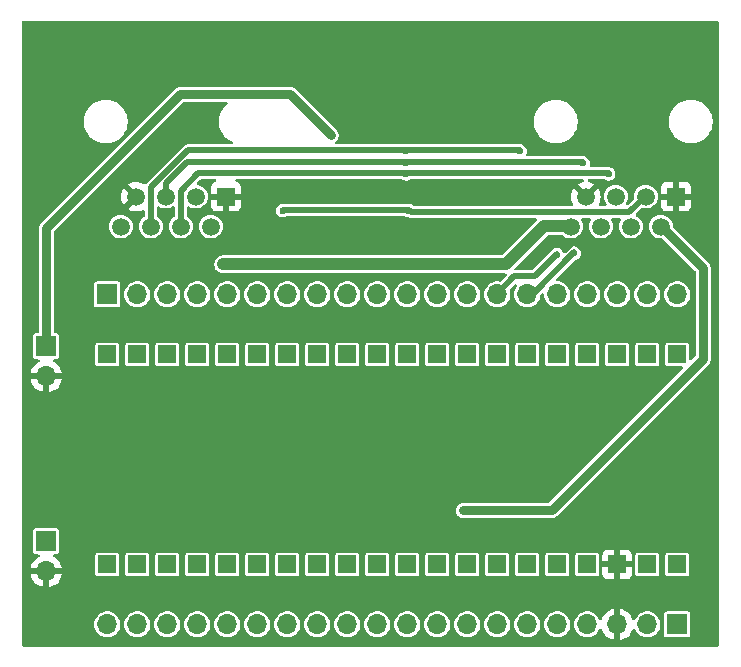
<source format=gbl>
%TF.GenerationSoftware,KiCad,Pcbnew,8.0.4*%
%TF.CreationDate,2024-08-23T02:14:35+01:00*%
%TF.ProjectId,PicoChain,5069636f-4368-4616-996e-2e6b69636164,v1.1*%
%TF.SameCoordinates,Original*%
%TF.FileFunction,Copper,L2,Bot*%
%TF.FilePolarity,Positive*%
%FSLAX46Y46*%
G04 Gerber Fmt 4.6, Leading zero omitted, Abs format (unit mm)*
G04 Created by KiCad (PCBNEW 8.0.4) date 2024-08-23 02:14:35*
%MOMM*%
%LPD*%
G01*
G04 APERTURE LIST*
%TA.AperFunction,ComponentPad*%
%ADD10R,1.508000X1.508000*%
%TD*%
%TA.AperFunction,ComponentPad*%
%ADD11R,1.700000X1.700000*%
%TD*%
%TA.AperFunction,ComponentPad*%
%ADD12O,1.700000X1.700000*%
%TD*%
%TA.AperFunction,ComponentPad*%
%ADD13R,1.500000X1.500000*%
%TD*%
%TA.AperFunction,ComponentPad*%
%ADD14C,1.500000*%
%TD*%
%TA.AperFunction,ViaPad*%
%ADD15C,0.600000*%
%TD*%
%TA.AperFunction,Conductor*%
%ADD16C,1.016000*%
%TD*%
%TA.AperFunction,Conductor*%
%ADD17C,0.762000*%
%TD*%
%TA.AperFunction,Conductor*%
%ADD18C,0.508000*%
%TD*%
G04 APERTURE END LIST*
D10*
%TO.P,U2,3V3,3V3*%
%TO.N,Net-(J6-Pin_5)*%
X171809400Y-114542600D03*
%TO.P,U2,3V3_EN,3V3_EN*%
%TO.N,Net-(J6-Pin_4)*%
X174349400Y-114542600D03*
%TO.P,U2,ADC_VREF,ADC_VREF*%
%TO.N,Net-(J6-Pin_6)*%
X169269400Y-114542600D03*
%TO.P,U2,AGND,AGND*%
%TO.N,Net-(J6-Pin_8)*%
X164189400Y-114542600D03*
%TO.P,U2,GND,GND*%
%TO.N,GND*%
X176889400Y-114542600D03*
%TO.P,U2,GND2,GND2*%
%TO.N,Net-(J6-Pin_13)*%
X151489400Y-114542600D03*
%TO.P,U2,GND3,GND3*%
%TO.N,Net-(J6-Pin_18)*%
X138789400Y-114542600D03*
%TO.P,U2,GND4,GND4*%
%TO.N,Net-(J5-Pin_18)*%
X176889400Y-96762600D03*
%TO.P,U2,GND5,GND5*%
%TO.N,Net-(J5-Pin_13)*%
X164189400Y-96762600D03*
%TO.P,U2,GND6,GND6*%
%TO.N,Net-(J5-Pin_8)*%
X151489400Y-96762600D03*
%TO.P,U2,GND7,GND7*%
%TO.N,Net-(J5-Pin_3)*%
X138789400Y-96762600D03*
%TO.P,U2,GP0,GP0*%
%TO.N,Net-(J5-Pin_20)*%
X181969400Y-96762600D03*
%TO.P,U2,GP1,GP1*%
%TO.N,Net-(J5-Pin_19)*%
X179429400Y-96762600D03*
%TO.P,U2,GP2,GP2*%
%TO.N,Net-(J5-Pin_17)*%
X174349400Y-96762600D03*
%TO.P,U2,GP3,GP3*%
%TO.N,Net-(J5-Pin_16)*%
X171809400Y-96762600D03*
%TO.P,U2,GP4,GP4*%
%TO.N,Net-(J5-Pin_15)*%
X169269400Y-96762600D03*
%TO.P,U2,GP5,GP5*%
%TO.N,Net-(J5-Pin_14)*%
X166729400Y-96762600D03*
%TO.P,U2,GP6,GP6*%
%TO.N,Net-(J5-Pin_12)*%
X161649400Y-96762600D03*
%TO.P,U2,GP7,GP7*%
%TO.N,Net-(J5-Pin_11)*%
X159109400Y-96762600D03*
%TO.P,U2,GP8,GP8*%
%TO.N,Net-(J5-Pin_10)*%
X156569400Y-96762600D03*
%TO.P,U2,GP9,GP9*%
%TO.N,Net-(J5-Pin_9)*%
X154029400Y-96762600D03*
%TO.P,U2,GP10,GP10*%
%TO.N,Net-(J5-Pin_7)*%
X148949400Y-96762600D03*
%TO.P,U2,GP11,GP11*%
%TO.N,Net-(J5-Pin_6)*%
X146409400Y-96762600D03*
%TO.P,U2,GP12,GP12*%
%TO.N,Net-(J5-Pin_5)*%
X143869400Y-96762600D03*
%TO.P,U2,GP13,GP13*%
%TO.N,Net-(J5-Pin_4)*%
X141329400Y-96762600D03*
%TO.P,U2,GP14,GP14*%
%TO.N,Net-(J5-Pin_2)*%
X136249400Y-96762600D03*
%TO.P,U2,GP15,GP15*%
%TO.N,Net-(J5-Pin_1)*%
X133709400Y-96762600D03*
%TO.P,U2,GP16,GP16*%
%TO.N,Net-(J6-Pin_20)*%
X133709400Y-114542600D03*
%TO.P,U2,GP17,GP17*%
%TO.N,Net-(J6-Pin_19)*%
X136249400Y-114542600D03*
%TO.P,U2,GP18,GP18*%
%TO.N,Net-(J6-Pin_17)*%
X141329400Y-114542600D03*
%TO.P,U2,GP19,GP19*%
%TO.N,Net-(J6-Pin_16)*%
X143869400Y-114542600D03*
%TO.P,U2,GP20,GP20*%
%TO.N,Net-(J6-Pin_15)*%
X146409400Y-114542600D03*
%TO.P,U2,GP21,GP21*%
%TO.N,Net-(J6-Pin_14)*%
X148949400Y-114542600D03*
%TO.P,U2,GP22,GP22*%
%TO.N,Net-(J6-Pin_12)*%
X154029400Y-114542600D03*
%TO.P,U2,GP26_A0,GP26_A0*%
%TO.N,Net-(J6-Pin_10)*%
X159109400Y-114542600D03*
%TO.P,U2,GP27_A1,GP27_A1*%
%TO.N,Net-(J6-Pin_9)*%
X161649400Y-114542600D03*
%TO.P,U2,GP28_A2,GP28_A2*%
%TO.N,Net-(J6-Pin_7)*%
X166729400Y-114542600D03*
%TO.P,U2,RUN,RUN*%
%TO.N,Net-(J6-Pin_11)*%
X156569400Y-114542600D03*
%TO.P,U2,VBUS,VBUS*%
%TO.N,+5V*%
X181969400Y-114542600D03*
%TO.P,U2,VSYS,VSYS*%
%TO.N,Net-(J6-Pin_2)*%
X179429400Y-114542600D03*
%TD*%
D11*
%TO.P,+12V,1,Pin_1*%
%TO.N,/+12V(R)*%
X128540000Y-112581000D03*
D12*
%TO.P,+12V,2,Pin_2*%
%TO.N,GND*%
X128540000Y-115121000D03*
%TD*%
D13*
%TO.P,J1,1*%
%TO.N,GND*%
X143744500Y-83396000D03*
D14*
%TO.P,J1,2*%
%TO.N,+24V*%
X142474500Y-85936000D03*
%TO.P,J1,3*%
%TO.N,Net-(U1-DSCLM)*%
X141204500Y-83396000D03*
%TO.P,J1,4*%
%TO.N,Net-(U1-DSCLP)*%
X139934500Y-85936000D03*
%TO.P,J1,5*%
%TO.N,Net-(U1-DSDAP)*%
X138664500Y-83396000D03*
%TO.P,J1,6*%
%TO.N,Net-(U1-DSDAM)*%
X137394500Y-85936000D03*
%TO.P,J1,7*%
%TO.N,GND*%
X136124500Y-83396000D03*
%TO.P,J1,8*%
%TO.N,+12V*%
X134854500Y-85936000D03*
%TD*%
D11*
%TO.P,J6,1,Pin_1*%
%TO.N,+5V*%
X181969400Y-119622600D03*
D12*
%TO.P,J6,2,Pin_2*%
%TO.N,Net-(J6-Pin_2)*%
X179429400Y-119622600D03*
%TO.P,J6,3,Pin_3*%
%TO.N,GND*%
X176889400Y-119622600D03*
%TO.P,J6,4,Pin_4*%
%TO.N,Net-(J6-Pin_4)*%
X174349400Y-119622600D03*
%TO.P,J6,5,Pin_5*%
%TO.N,Net-(J6-Pin_5)*%
X171809400Y-119622600D03*
%TO.P,J6,6,Pin_6*%
%TO.N,Net-(J6-Pin_6)*%
X169269400Y-119622600D03*
%TO.P,J6,7,Pin_7*%
%TO.N,Net-(J6-Pin_7)*%
X166729400Y-119622600D03*
%TO.P,J6,8,Pin_8*%
%TO.N,Net-(J6-Pin_8)*%
X164189400Y-119622600D03*
%TO.P,J6,9,Pin_9*%
%TO.N,Net-(J6-Pin_9)*%
X161649400Y-119622600D03*
%TO.P,J6,10,Pin_10*%
%TO.N,Net-(J6-Pin_10)*%
X159109400Y-119622600D03*
%TO.P,J6,11,Pin_11*%
%TO.N,Net-(J6-Pin_11)*%
X156569400Y-119622600D03*
%TO.P,J6,12,Pin_12*%
%TO.N,Net-(J6-Pin_12)*%
X154029400Y-119622600D03*
%TO.P,J6,13,Pin_13*%
%TO.N,Net-(J6-Pin_13)*%
X151489400Y-119622600D03*
%TO.P,J6,14,Pin_14*%
%TO.N,Net-(J6-Pin_14)*%
X148949400Y-119622600D03*
%TO.P,J6,15,Pin_15*%
%TO.N,Net-(J6-Pin_15)*%
X146409400Y-119622600D03*
%TO.P,J6,16,Pin_16*%
%TO.N,Net-(J6-Pin_16)*%
X143869400Y-119622600D03*
%TO.P,J6,17,Pin_17*%
%TO.N,Net-(J6-Pin_17)*%
X141329400Y-119622600D03*
%TO.P,J6,18,Pin_18*%
%TO.N,Net-(J6-Pin_18)*%
X138789400Y-119622600D03*
%TO.P,J6,19,Pin_19*%
%TO.N,Net-(J6-Pin_19)*%
X136249400Y-119622600D03*
%TO.P,J6,20,Pin_20*%
%TO.N,Net-(J6-Pin_20)*%
X133709400Y-119622600D03*
%TD*%
D11*
%TO.P,J5,1,Pin_1*%
%TO.N,Net-(J5-Pin_1)*%
X133709400Y-91682600D03*
D12*
%TO.P,J5,2,Pin_2*%
%TO.N,Net-(J5-Pin_2)*%
X136249400Y-91682600D03*
%TO.P,J5,3,Pin_3*%
%TO.N,Net-(J5-Pin_3)*%
X138789400Y-91682600D03*
%TO.P,J5,4,Pin_4*%
%TO.N,Net-(J5-Pin_4)*%
X141329400Y-91682600D03*
%TO.P,J5,5,Pin_5*%
%TO.N,Net-(J5-Pin_5)*%
X143869400Y-91682600D03*
%TO.P,J5,6,Pin_6*%
%TO.N,Net-(J5-Pin_6)*%
X146409400Y-91682600D03*
%TO.P,J5,7,Pin_7*%
%TO.N,Net-(J5-Pin_7)*%
X148949400Y-91682600D03*
%TO.P,J5,8,Pin_8*%
%TO.N,Net-(J5-Pin_8)*%
X151489400Y-91682600D03*
%TO.P,J5,9,Pin_9*%
%TO.N,Net-(J5-Pin_9)*%
X154029400Y-91682600D03*
%TO.P,J5,10,Pin_10*%
%TO.N,Net-(J5-Pin_10)*%
X156569400Y-91682600D03*
%TO.P,J5,11,Pin_11*%
%TO.N,Net-(J5-Pin_11)*%
X159109400Y-91682600D03*
%TO.P,J5,12,Pin_12*%
%TO.N,Net-(J5-Pin_12)*%
X161649400Y-91682600D03*
%TO.P,J5,13,Pin_13*%
%TO.N,Net-(J5-Pin_13)*%
X164189400Y-91682600D03*
%TO.P,J5,14,Pin_14*%
%TO.N,Net-(J5-Pin_14)*%
X166729400Y-91682600D03*
%TO.P,J5,15,Pin_15*%
%TO.N,Net-(J5-Pin_15)*%
X169269400Y-91682600D03*
%TO.P,J5,16,Pin_16*%
%TO.N,Net-(J5-Pin_16)*%
X171809400Y-91682600D03*
%TO.P,J5,17,Pin_17*%
%TO.N,Net-(J5-Pin_17)*%
X174349400Y-91682600D03*
%TO.P,J5,18,Pin_18*%
%TO.N,Net-(J5-Pin_18)*%
X176889400Y-91682600D03*
%TO.P,J5,19,Pin_19*%
%TO.N,Net-(J5-Pin_19)*%
X179429400Y-91682600D03*
%TO.P,J5,20,Pin_20*%
%TO.N,Net-(J5-Pin_20)*%
X181969400Y-91682600D03*
%TD*%
D13*
%TO.P,J2,1*%
%TO.N,GND*%
X181844500Y-83396000D03*
D14*
%TO.P,J2,2*%
%TO.N,+24V*%
X180574500Y-85936000D03*
%TO.P,J2,3*%
%TO.N,Net-(U1-DSCLM)*%
X179304500Y-83396000D03*
%TO.P,J2,4*%
%TO.N,Net-(U1-DSCLP)*%
X178034500Y-85936000D03*
%TO.P,J2,5*%
%TO.N,Net-(U1-DSDAP)*%
X176764500Y-83396000D03*
%TO.P,J2,6*%
%TO.N,Net-(U1-DSDAM)*%
X175494500Y-85936000D03*
%TO.P,J2,7*%
%TO.N,GND*%
X174224500Y-83396000D03*
%TO.P,J2,8*%
%TO.N,+12V*%
X172954500Y-85936000D03*
%TD*%
D11*
%TO.P,+5V,1,Pin_1*%
%TO.N,/+5V(M)*%
X128540000Y-96071000D03*
D12*
%TO.P,+5V,2,Pin_2*%
%TO.N,GND*%
X128540000Y-98611000D03*
%TD*%
D15*
%TO.N,/+5V(M)*%
X152670000Y-78296000D03*
%TO.N,Net-(U1-DSDAP)*%
X174006000Y-80582000D03*
X159020000Y-80582000D03*
%TO.N,+12V*%
X143526000Y-89234000D03*
%TO.N,Net-(U1-DSCLM)*%
X148544000Y-84600000D03*
X159274000Y-84600000D03*
%TO.N,Net-(U1-DSDAM)*%
X168672000Y-79566000D03*
X159020000Y-79566000D03*
%TO.N,Net-(U1-DSCLP)*%
X176170000Y-81492000D03*
X159020000Y-81492000D03*
%TO.N,Net-(J5-Pin_15)*%
X173244000Y-88202000D03*
%TO.N,Net-(J5-Pin_14)*%
X171799422Y-88337000D03*
%TO.N,+24V*%
X163846000Y-110046000D03*
%TD*%
D16*
%TO.N,+12V*%
X170709400Y-85856000D02*
X172954500Y-85856000D01*
X167427400Y-89138000D02*
X170709400Y-85856000D01*
X143542000Y-89138000D02*
X167427400Y-89138000D01*
D17*
%TO.N,/+5V(M)*%
X139899000Y-74731000D02*
X128540000Y-86090000D01*
X149185000Y-74731000D02*
X139899000Y-74731000D01*
X128540000Y-86090000D02*
X128540000Y-95991000D01*
X152670000Y-78216000D02*
X149185000Y-74731000D01*
D18*
%TO.N,Net-(U1-DSDAP)*%
X138664500Y-82255340D02*
X138664500Y-83316000D01*
X174006000Y-80502000D02*
X159020000Y-80502000D01*
X140417840Y-80502000D02*
X138664500Y-82255340D01*
X174006000Y-80502000D02*
X174006000Y-80557500D01*
X159020000Y-80502000D02*
X140417840Y-80502000D01*
D17*
%TO.N,+12V*%
X143510000Y-89138000D02*
X143526000Y-89154000D01*
X143526000Y-89154000D02*
X143542000Y-89138000D01*
D18*
%TO.N,Net-(U1-DSCLM)*%
X159274000Y-84520000D02*
X159463000Y-84709000D01*
X159463000Y-84709000D02*
X177911500Y-84709000D01*
X148544000Y-84520000D02*
X159274000Y-84520000D01*
X177911500Y-84709000D02*
X179304500Y-83316000D01*
%TO.N,Net-(U1-DSDAM)*%
X168672000Y-79486000D02*
X159020000Y-79486000D01*
X159020000Y-79486000D02*
X140535814Y-79486000D01*
X137394500Y-82627314D02*
X137394500Y-85856000D01*
X140535814Y-79486000D02*
X137394500Y-82627314D01*
X175494500Y-85856000D02*
X175042000Y-85856000D01*
%TO.N,Net-(U1-DSCLP)*%
X141405786Y-81412000D02*
X139934500Y-82883286D01*
X139934500Y-82883286D02*
X139934500Y-85856000D01*
X176170000Y-81412000D02*
X159020000Y-81412000D01*
X159020000Y-81412000D02*
X141405786Y-81412000D01*
%TO.N,Net-(J5-Pin_15)*%
X173244000Y-88122000D02*
X169763400Y-91602600D01*
X169763400Y-91602600D02*
X169269400Y-91602600D01*
%TO.N,Net-(J5-Pin_14)*%
X171799422Y-88257000D02*
X169902422Y-90154000D01*
X168178000Y-90154000D02*
X166729400Y-91602600D01*
X169902422Y-90154000D02*
X168178000Y-90154000D01*
D17*
%TO.N,+24V*%
X171356000Y-109966000D02*
X163846000Y-109966000D01*
X184166000Y-89447500D02*
X184166000Y-97156000D01*
X184166000Y-97156000D02*
X171356000Y-109966000D01*
X180574500Y-85856000D02*
X184166000Y-89447500D01*
%TD*%
%TA.AperFunction,Conductor*%
%TO.N,GND*%
G36*
X185442539Y-68520185D02*
G01*
X185488294Y-68572989D01*
X185499500Y-68624500D01*
X185499500Y-121375500D01*
X185479815Y-121442539D01*
X185427011Y-121488294D01*
X185375500Y-121499500D01*
X126624500Y-121499500D01*
X126557461Y-121479815D01*
X126511706Y-121427011D01*
X126500500Y-121375500D01*
X126500500Y-119622599D01*
X132600168Y-119622599D01*
X132600168Y-119622600D01*
X132619054Y-119826416D01*
X132675073Y-120023304D01*
X132766312Y-120206535D01*
X132889669Y-120369887D01*
X133040937Y-120507785D01*
X133040939Y-120507787D01*
X133214969Y-120615542D01*
X133214975Y-120615545D01*
X133255410Y-120631209D01*
X133405844Y-120689488D01*
X133607053Y-120727100D01*
X133607056Y-120727100D01*
X133811744Y-120727100D01*
X133811747Y-120727100D01*
X134012956Y-120689488D01*
X134203827Y-120615544D01*
X134377862Y-120507786D01*
X134529132Y-120369885D01*
X134652488Y-120206535D01*
X134743728Y-120023301D01*
X134799745Y-119826421D01*
X134818632Y-119622600D01*
X134818632Y-119622599D01*
X135140168Y-119622599D01*
X135140168Y-119622600D01*
X135159054Y-119826416D01*
X135215073Y-120023304D01*
X135306312Y-120206535D01*
X135429669Y-120369887D01*
X135580937Y-120507785D01*
X135580939Y-120507787D01*
X135754969Y-120615542D01*
X135754975Y-120615545D01*
X135795410Y-120631209D01*
X135945844Y-120689488D01*
X136147053Y-120727100D01*
X136147056Y-120727100D01*
X136351744Y-120727100D01*
X136351747Y-120727100D01*
X136552956Y-120689488D01*
X136743827Y-120615544D01*
X136917862Y-120507786D01*
X137069132Y-120369885D01*
X137192488Y-120206535D01*
X137283728Y-120023301D01*
X137339745Y-119826421D01*
X137358632Y-119622600D01*
X137358632Y-119622599D01*
X137680168Y-119622599D01*
X137680168Y-119622600D01*
X137699054Y-119826416D01*
X137755073Y-120023304D01*
X137846312Y-120206535D01*
X137969669Y-120369887D01*
X138120937Y-120507785D01*
X138120939Y-120507787D01*
X138294969Y-120615542D01*
X138294975Y-120615545D01*
X138335410Y-120631209D01*
X138485844Y-120689488D01*
X138687053Y-120727100D01*
X138687056Y-120727100D01*
X138891744Y-120727100D01*
X138891747Y-120727100D01*
X139092956Y-120689488D01*
X139283827Y-120615544D01*
X139457862Y-120507786D01*
X139609132Y-120369885D01*
X139732488Y-120206535D01*
X139823728Y-120023301D01*
X139879745Y-119826421D01*
X139898632Y-119622600D01*
X139898632Y-119622599D01*
X140220168Y-119622599D01*
X140220168Y-119622600D01*
X140239054Y-119826416D01*
X140295073Y-120023304D01*
X140386312Y-120206535D01*
X140509669Y-120369887D01*
X140660937Y-120507785D01*
X140660939Y-120507787D01*
X140834969Y-120615542D01*
X140834975Y-120615545D01*
X140875410Y-120631209D01*
X141025844Y-120689488D01*
X141227053Y-120727100D01*
X141227056Y-120727100D01*
X141431744Y-120727100D01*
X141431747Y-120727100D01*
X141632956Y-120689488D01*
X141823827Y-120615544D01*
X141997862Y-120507786D01*
X142149132Y-120369885D01*
X142272488Y-120206535D01*
X142363728Y-120023301D01*
X142419745Y-119826421D01*
X142438632Y-119622600D01*
X142438632Y-119622599D01*
X142760168Y-119622599D01*
X142760168Y-119622600D01*
X142779054Y-119826416D01*
X142835073Y-120023304D01*
X142926312Y-120206535D01*
X143049669Y-120369887D01*
X143200937Y-120507785D01*
X143200939Y-120507787D01*
X143374969Y-120615542D01*
X143374975Y-120615545D01*
X143415410Y-120631209D01*
X143565844Y-120689488D01*
X143767053Y-120727100D01*
X143767056Y-120727100D01*
X143971744Y-120727100D01*
X143971747Y-120727100D01*
X144172956Y-120689488D01*
X144363827Y-120615544D01*
X144537862Y-120507786D01*
X144689132Y-120369885D01*
X144812488Y-120206535D01*
X144903728Y-120023301D01*
X144959745Y-119826421D01*
X144978632Y-119622600D01*
X144978632Y-119622599D01*
X145300168Y-119622599D01*
X145300168Y-119622600D01*
X145319054Y-119826416D01*
X145375073Y-120023304D01*
X145466312Y-120206535D01*
X145589669Y-120369887D01*
X145740937Y-120507785D01*
X145740939Y-120507787D01*
X145914969Y-120615542D01*
X145914975Y-120615545D01*
X145955410Y-120631209D01*
X146105844Y-120689488D01*
X146307053Y-120727100D01*
X146307056Y-120727100D01*
X146511744Y-120727100D01*
X146511747Y-120727100D01*
X146712956Y-120689488D01*
X146903827Y-120615544D01*
X147077862Y-120507786D01*
X147229132Y-120369885D01*
X147352488Y-120206535D01*
X147443728Y-120023301D01*
X147499745Y-119826421D01*
X147518632Y-119622600D01*
X147518632Y-119622599D01*
X147840168Y-119622599D01*
X147840168Y-119622600D01*
X147859054Y-119826416D01*
X147915073Y-120023304D01*
X148006312Y-120206535D01*
X148129669Y-120369887D01*
X148280937Y-120507785D01*
X148280939Y-120507787D01*
X148454969Y-120615542D01*
X148454975Y-120615545D01*
X148495410Y-120631209D01*
X148645844Y-120689488D01*
X148847053Y-120727100D01*
X148847056Y-120727100D01*
X149051744Y-120727100D01*
X149051747Y-120727100D01*
X149252956Y-120689488D01*
X149443827Y-120615544D01*
X149617862Y-120507786D01*
X149769132Y-120369885D01*
X149892488Y-120206535D01*
X149983728Y-120023301D01*
X150039745Y-119826421D01*
X150058632Y-119622600D01*
X150058632Y-119622599D01*
X150380168Y-119622599D01*
X150380168Y-119622600D01*
X150399054Y-119826416D01*
X150455073Y-120023304D01*
X150546312Y-120206535D01*
X150669669Y-120369887D01*
X150820937Y-120507785D01*
X150820939Y-120507787D01*
X150994969Y-120615542D01*
X150994975Y-120615545D01*
X151035410Y-120631209D01*
X151185844Y-120689488D01*
X151387053Y-120727100D01*
X151387056Y-120727100D01*
X151591744Y-120727100D01*
X151591747Y-120727100D01*
X151792956Y-120689488D01*
X151983827Y-120615544D01*
X152157862Y-120507786D01*
X152309132Y-120369885D01*
X152432488Y-120206535D01*
X152523728Y-120023301D01*
X152579745Y-119826421D01*
X152598632Y-119622600D01*
X152598632Y-119622599D01*
X152920168Y-119622599D01*
X152920168Y-119622600D01*
X152939054Y-119826416D01*
X152995073Y-120023304D01*
X153086312Y-120206535D01*
X153209669Y-120369887D01*
X153360937Y-120507785D01*
X153360939Y-120507787D01*
X153534969Y-120615542D01*
X153534975Y-120615545D01*
X153575410Y-120631209D01*
X153725844Y-120689488D01*
X153927053Y-120727100D01*
X153927056Y-120727100D01*
X154131744Y-120727100D01*
X154131747Y-120727100D01*
X154332956Y-120689488D01*
X154523827Y-120615544D01*
X154697862Y-120507786D01*
X154849132Y-120369885D01*
X154972488Y-120206535D01*
X155063728Y-120023301D01*
X155119745Y-119826421D01*
X155138632Y-119622600D01*
X155138632Y-119622599D01*
X155460168Y-119622599D01*
X155460168Y-119622600D01*
X155479054Y-119826416D01*
X155535073Y-120023304D01*
X155626312Y-120206535D01*
X155749669Y-120369887D01*
X155900937Y-120507785D01*
X155900939Y-120507787D01*
X156074969Y-120615542D01*
X156074975Y-120615545D01*
X156115410Y-120631209D01*
X156265844Y-120689488D01*
X156467053Y-120727100D01*
X156467056Y-120727100D01*
X156671744Y-120727100D01*
X156671747Y-120727100D01*
X156872956Y-120689488D01*
X157063827Y-120615544D01*
X157237862Y-120507786D01*
X157389132Y-120369885D01*
X157512488Y-120206535D01*
X157603728Y-120023301D01*
X157659745Y-119826421D01*
X157678632Y-119622600D01*
X157678632Y-119622599D01*
X158000168Y-119622599D01*
X158000168Y-119622600D01*
X158019054Y-119826416D01*
X158075073Y-120023304D01*
X158166312Y-120206535D01*
X158289669Y-120369887D01*
X158440937Y-120507785D01*
X158440939Y-120507787D01*
X158614969Y-120615542D01*
X158614975Y-120615545D01*
X158655410Y-120631209D01*
X158805844Y-120689488D01*
X159007053Y-120727100D01*
X159007056Y-120727100D01*
X159211744Y-120727100D01*
X159211747Y-120727100D01*
X159412956Y-120689488D01*
X159603827Y-120615544D01*
X159777862Y-120507786D01*
X159929132Y-120369885D01*
X160052488Y-120206535D01*
X160143728Y-120023301D01*
X160199745Y-119826421D01*
X160218632Y-119622600D01*
X160218632Y-119622599D01*
X160540168Y-119622599D01*
X160540168Y-119622600D01*
X160559054Y-119826416D01*
X160615073Y-120023304D01*
X160706312Y-120206535D01*
X160829669Y-120369887D01*
X160980937Y-120507785D01*
X160980939Y-120507787D01*
X161154969Y-120615542D01*
X161154975Y-120615545D01*
X161195410Y-120631209D01*
X161345844Y-120689488D01*
X161547053Y-120727100D01*
X161547056Y-120727100D01*
X161751744Y-120727100D01*
X161751747Y-120727100D01*
X161952956Y-120689488D01*
X162143827Y-120615544D01*
X162317862Y-120507786D01*
X162469132Y-120369885D01*
X162592488Y-120206535D01*
X162683728Y-120023301D01*
X162739745Y-119826421D01*
X162758632Y-119622600D01*
X162758632Y-119622599D01*
X163080168Y-119622599D01*
X163080168Y-119622600D01*
X163099054Y-119826416D01*
X163155073Y-120023304D01*
X163246312Y-120206535D01*
X163369669Y-120369887D01*
X163520937Y-120507785D01*
X163520939Y-120507787D01*
X163694969Y-120615542D01*
X163694975Y-120615545D01*
X163735410Y-120631209D01*
X163885844Y-120689488D01*
X164087053Y-120727100D01*
X164087056Y-120727100D01*
X164291744Y-120727100D01*
X164291747Y-120727100D01*
X164492956Y-120689488D01*
X164683827Y-120615544D01*
X164857862Y-120507786D01*
X165009132Y-120369885D01*
X165132488Y-120206535D01*
X165223728Y-120023301D01*
X165279745Y-119826421D01*
X165298632Y-119622600D01*
X165298632Y-119622599D01*
X165620168Y-119622599D01*
X165620168Y-119622600D01*
X165639054Y-119826416D01*
X165695073Y-120023304D01*
X165786312Y-120206535D01*
X165909669Y-120369887D01*
X166060937Y-120507785D01*
X166060939Y-120507787D01*
X166234969Y-120615542D01*
X166234975Y-120615545D01*
X166275410Y-120631209D01*
X166425844Y-120689488D01*
X166627053Y-120727100D01*
X166627056Y-120727100D01*
X166831744Y-120727100D01*
X166831747Y-120727100D01*
X167032956Y-120689488D01*
X167223827Y-120615544D01*
X167397862Y-120507786D01*
X167549132Y-120369885D01*
X167672488Y-120206535D01*
X167763728Y-120023301D01*
X167819745Y-119826421D01*
X167838632Y-119622600D01*
X167838632Y-119622599D01*
X168160168Y-119622599D01*
X168160168Y-119622600D01*
X168179054Y-119826416D01*
X168235073Y-120023304D01*
X168326312Y-120206535D01*
X168449669Y-120369887D01*
X168600937Y-120507785D01*
X168600939Y-120507787D01*
X168774969Y-120615542D01*
X168774975Y-120615545D01*
X168815410Y-120631209D01*
X168965844Y-120689488D01*
X169167053Y-120727100D01*
X169167056Y-120727100D01*
X169371744Y-120727100D01*
X169371747Y-120727100D01*
X169572956Y-120689488D01*
X169763827Y-120615544D01*
X169937862Y-120507786D01*
X170089132Y-120369885D01*
X170212488Y-120206535D01*
X170303728Y-120023301D01*
X170359745Y-119826421D01*
X170378632Y-119622600D01*
X170378632Y-119622599D01*
X170700168Y-119622599D01*
X170700168Y-119622600D01*
X170719054Y-119826416D01*
X170775073Y-120023304D01*
X170866312Y-120206535D01*
X170989669Y-120369887D01*
X171140937Y-120507785D01*
X171140939Y-120507787D01*
X171314969Y-120615542D01*
X171314975Y-120615545D01*
X171355410Y-120631209D01*
X171505844Y-120689488D01*
X171707053Y-120727100D01*
X171707056Y-120727100D01*
X171911744Y-120727100D01*
X171911747Y-120727100D01*
X172112956Y-120689488D01*
X172303827Y-120615544D01*
X172477862Y-120507786D01*
X172629132Y-120369885D01*
X172752488Y-120206535D01*
X172843728Y-120023301D01*
X172899745Y-119826421D01*
X172918632Y-119622600D01*
X172918632Y-119622599D01*
X173240168Y-119622599D01*
X173240168Y-119622600D01*
X173259054Y-119826416D01*
X173315073Y-120023304D01*
X173406312Y-120206535D01*
X173529669Y-120369887D01*
X173680937Y-120507785D01*
X173680939Y-120507787D01*
X173854969Y-120615542D01*
X173854975Y-120615545D01*
X173895410Y-120631209D01*
X174045844Y-120689488D01*
X174247053Y-120727100D01*
X174247056Y-120727100D01*
X174451744Y-120727100D01*
X174451747Y-120727100D01*
X174652956Y-120689488D01*
X174843827Y-120615544D01*
X175017862Y-120507786D01*
X175169132Y-120369885D01*
X175292488Y-120206535D01*
X175377780Y-120035245D01*
X175425283Y-119984008D01*
X175492945Y-119966587D01*
X175559286Y-119988512D01*
X175603241Y-120042824D01*
X175608555Y-120058423D01*
X175615967Y-120086085D01*
X175615970Y-120086092D01*
X175715799Y-120300178D01*
X175851294Y-120493682D01*
X176018317Y-120660705D01*
X176211821Y-120796200D01*
X176425907Y-120896029D01*
X176425916Y-120896033D01*
X176639400Y-120953234D01*
X176639400Y-120055612D01*
X176696407Y-120088525D01*
X176823574Y-120122600D01*
X176955226Y-120122600D01*
X177082393Y-120088525D01*
X177139400Y-120055612D01*
X177139400Y-120953233D01*
X177352883Y-120896033D01*
X177352892Y-120896029D01*
X177566978Y-120796200D01*
X177760482Y-120660705D01*
X177927505Y-120493682D01*
X178063000Y-120300178D01*
X178162829Y-120086092D01*
X178162835Y-120086078D01*
X178170244Y-120058426D01*
X178206607Y-119998765D01*
X178269454Y-119968234D01*
X178338829Y-119976528D01*
X178392708Y-120021012D01*
X178401019Y-120035245D01*
X178486312Y-120206535D01*
X178609669Y-120369887D01*
X178760937Y-120507785D01*
X178760939Y-120507787D01*
X178934969Y-120615542D01*
X178934975Y-120615545D01*
X178975410Y-120631209D01*
X179125844Y-120689488D01*
X179327053Y-120727100D01*
X179327056Y-120727100D01*
X179531744Y-120727100D01*
X179531747Y-120727100D01*
X179732956Y-120689488D01*
X179923827Y-120615544D01*
X180097862Y-120507786D01*
X180249132Y-120369885D01*
X180372488Y-120206535D01*
X180463728Y-120023301D01*
X180519745Y-119826421D01*
X180538632Y-119622600D01*
X180519745Y-119418779D01*
X180463728Y-119221899D01*
X180372488Y-119038665D01*
X180249132Y-118875315D01*
X180249130Y-118875312D01*
X180108957Y-118747528D01*
X180864900Y-118747528D01*
X180864900Y-120497663D01*
X180879666Y-120571901D01*
X180935915Y-120656084D01*
X180969634Y-120678614D01*
X181020099Y-120712334D01*
X181020102Y-120712334D01*
X181020103Y-120712335D01*
X181045066Y-120717300D01*
X181094333Y-120727100D01*
X182844466Y-120727099D01*
X182918701Y-120712334D01*
X183002884Y-120656084D01*
X183059134Y-120571901D01*
X183073900Y-120497667D01*
X183073899Y-118747534D01*
X183059134Y-118673299D01*
X183029971Y-118629654D01*
X183002884Y-118589115D01*
X182952419Y-118555396D01*
X182918701Y-118532866D01*
X182918699Y-118532865D01*
X182918696Y-118532864D01*
X182844469Y-118518100D01*
X181094336Y-118518100D01*
X181020098Y-118532866D01*
X180935915Y-118589115D01*
X180879666Y-118673299D01*
X180879664Y-118673303D01*
X180864900Y-118747528D01*
X180108957Y-118747528D01*
X180097862Y-118737414D01*
X180097860Y-118737412D01*
X179923830Y-118629657D01*
X179923824Y-118629654D01*
X179773393Y-118571377D01*
X179732956Y-118555712D01*
X179531747Y-118518100D01*
X179327053Y-118518100D01*
X179125844Y-118555712D01*
X179125841Y-118555712D01*
X179125841Y-118555713D01*
X178934975Y-118629654D01*
X178934969Y-118629657D01*
X178760939Y-118737412D01*
X178760937Y-118737414D01*
X178609669Y-118875312D01*
X178486312Y-119038664D01*
X178401019Y-119209954D01*
X178353516Y-119261191D01*
X178285853Y-119278612D01*
X178219512Y-119256686D01*
X178175558Y-119202375D01*
X178170244Y-119186774D01*
X178162834Y-119159118D01*
X178162829Y-119159107D01*
X178063000Y-118945022D01*
X178062999Y-118945020D01*
X177927513Y-118751526D01*
X177927508Y-118751520D01*
X177760482Y-118584494D01*
X177566978Y-118448999D01*
X177352892Y-118349170D01*
X177352886Y-118349167D01*
X177139400Y-118291964D01*
X177139400Y-119189588D01*
X177082393Y-119156675D01*
X176955226Y-119122600D01*
X176823574Y-119122600D01*
X176696407Y-119156675D01*
X176639400Y-119189588D01*
X176639400Y-118291964D01*
X176639399Y-118291964D01*
X176425913Y-118349167D01*
X176425907Y-118349170D01*
X176211822Y-118448999D01*
X176211820Y-118449000D01*
X176018326Y-118584486D01*
X176018320Y-118584491D01*
X175851291Y-118751520D01*
X175851286Y-118751526D01*
X175715800Y-118945020D01*
X175715799Y-118945022D01*
X175615970Y-119159107D01*
X175615964Y-119159122D01*
X175608554Y-119186777D01*
X175572188Y-119246437D01*
X175509341Y-119276965D01*
X175439966Y-119268670D01*
X175386088Y-119224183D01*
X175377780Y-119209954D01*
X175366238Y-119186774D01*
X175292488Y-119038665D01*
X175169132Y-118875315D01*
X175169130Y-118875312D01*
X175017862Y-118737414D01*
X175017860Y-118737412D01*
X174843830Y-118629657D01*
X174843824Y-118629654D01*
X174693393Y-118571377D01*
X174652956Y-118555712D01*
X174451747Y-118518100D01*
X174247053Y-118518100D01*
X174045844Y-118555712D01*
X174045841Y-118555712D01*
X174045841Y-118555713D01*
X173854975Y-118629654D01*
X173854969Y-118629657D01*
X173680939Y-118737412D01*
X173680937Y-118737414D01*
X173529669Y-118875312D01*
X173406312Y-119038664D01*
X173315073Y-119221895D01*
X173259054Y-119418783D01*
X173240168Y-119622599D01*
X172918632Y-119622599D01*
X172899745Y-119418779D01*
X172843728Y-119221899D01*
X172752488Y-119038665D01*
X172629132Y-118875315D01*
X172629130Y-118875312D01*
X172477862Y-118737414D01*
X172477860Y-118737412D01*
X172303830Y-118629657D01*
X172303824Y-118629654D01*
X172153393Y-118571377D01*
X172112956Y-118555712D01*
X171911747Y-118518100D01*
X171707053Y-118518100D01*
X171505844Y-118555712D01*
X171505841Y-118555712D01*
X171505841Y-118555713D01*
X171314975Y-118629654D01*
X171314969Y-118629657D01*
X171140939Y-118737412D01*
X171140937Y-118737414D01*
X170989669Y-118875312D01*
X170866312Y-119038664D01*
X170775073Y-119221895D01*
X170719054Y-119418783D01*
X170700168Y-119622599D01*
X170378632Y-119622599D01*
X170359745Y-119418779D01*
X170303728Y-119221899D01*
X170212488Y-119038665D01*
X170089132Y-118875315D01*
X170089130Y-118875312D01*
X169937862Y-118737414D01*
X169937860Y-118737412D01*
X169763830Y-118629657D01*
X169763824Y-118629654D01*
X169613393Y-118571377D01*
X169572956Y-118555712D01*
X169371747Y-118518100D01*
X169167053Y-118518100D01*
X168965844Y-118555712D01*
X168965841Y-118555712D01*
X168965841Y-118555713D01*
X168774975Y-118629654D01*
X168774969Y-118629657D01*
X168600939Y-118737412D01*
X168600937Y-118737414D01*
X168449669Y-118875312D01*
X168326312Y-119038664D01*
X168235073Y-119221895D01*
X168179054Y-119418783D01*
X168160168Y-119622599D01*
X167838632Y-119622599D01*
X167819745Y-119418779D01*
X167763728Y-119221899D01*
X167672488Y-119038665D01*
X167549132Y-118875315D01*
X167549130Y-118875312D01*
X167397862Y-118737414D01*
X167397860Y-118737412D01*
X167223830Y-118629657D01*
X167223824Y-118629654D01*
X167073393Y-118571377D01*
X167032956Y-118555712D01*
X166831747Y-118518100D01*
X166627053Y-118518100D01*
X166425844Y-118555712D01*
X166425841Y-118555712D01*
X166425841Y-118555713D01*
X166234975Y-118629654D01*
X166234969Y-118629657D01*
X166060939Y-118737412D01*
X166060937Y-118737414D01*
X165909669Y-118875312D01*
X165786312Y-119038664D01*
X165695073Y-119221895D01*
X165639054Y-119418783D01*
X165620168Y-119622599D01*
X165298632Y-119622599D01*
X165279745Y-119418779D01*
X165223728Y-119221899D01*
X165132488Y-119038665D01*
X165009132Y-118875315D01*
X165009130Y-118875312D01*
X164857862Y-118737414D01*
X164857860Y-118737412D01*
X164683830Y-118629657D01*
X164683824Y-118629654D01*
X164533393Y-118571377D01*
X164492956Y-118555712D01*
X164291747Y-118518100D01*
X164087053Y-118518100D01*
X163885844Y-118555712D01*
X163885841Y-118555712D01*
X163885841Y-118555713D01*
X163694975Y-118629654D01*
X163694969Y-118629657D01*
X163520939Y-118737412D01*
X163520937Y-118737414D01*
X163369669Y-118875312D01*
X163246312Y-119038664D01*
X163155073Y-119221895D01*
X163099054Y-119418783D01*
X163080168Y-119622599D01*
X162758632Y-119622599D01*
X162739745Y-119418779D01*
X162683728Y-119221899D01*
X162592488Y-119038665D01*
X162469132Y-118875315D01*
X162469130Y-118875312D01*
X162317862Y-118737414D01*
X162317860Y-118737412D01*
X162143830Y-118629657D01*
X162143824Y-118629654D01*
X161993393Y-118571377D01*
X161952956Y-118555712D01*
X161751747Y-118518100D01*
X161547053Y-118518100D01*
X161345844Y-118555712D01*
X161345841Y-118555712D01*
X161345841Y-118555713D01*
X161154975Y-118629654D01*
X161154969Y-118629657D01*
X160980939Y-118737412D01*
X160980937Y-118737414D01*
X160829669Y-118875312D01*
X160706312Y-119038664D01*
X160615073Y-119221895D01*
X160559054Y-119418783D01*
X160540168Y-119622599D01*
X160218632Y-119622599D01*
X160199745Y-119418779D01*
X160143728Y-119221899D01*
X160052488Y-119038665D01*
X159929132Y-118875315D01*
X159929130Y-118875312D01*
X159777862Y-118737414D01*
X159777860Y-118737412D01*
X159603830Y-118629657D01*
X159603824Y-118629654D01*
X159453393Y-118571377D01*
X159412956Y-118555712D01*
X159211747Y-118518100D01*
X159007053Y-118518100D01*
X158805844Y-118555712D01*
X158805841Y-118555712D01*
X158805841Y-118555713D01*
X158614975Y-118629654D01*
X158614969Y-118629657D01*
X158440939Y-118737412D01*
X158440937Y-118737414D01*
X158289669Y-118875312D01*
X158166312Y-119038664D01*
X158075073Y-119221895D01*
X158019054Y-119418783D01*
X158000168Y-119622599D01*
X157678632Y-119622599D01*
X157659745Y-119418779D01*
X157603728Y-119221899D01*
X157512488Y-119038665D01*
X157389132Y-118875315D01*
X157389130Y-118875312D01*
X157237862Y-118737414D01*
X157237860Y-118737412D01*
X157063830Y-118629657D01*
X157063824Y-118629654D01*
X156913393Y-118571377D01*
X156872956Y-118555712D01*
X156671747Y-118518100D01*
X156467053Y-118518100D01*
X156265844Y-118555712D01*
X156265841Y-118555712D01*
X156265841Y-118555713D01*
X156074975Y-118629654D01*
X156074969Y-118629657D01*
X155900939Y-118737412D01*
X155900937Y-118737414D01*
X155749669Y-118875312D01*
X155626312Y-119038664D01*
X155535073Y-119221895D01*
X155479054Y-119418783D01*
X155460168Y-119622599D01*
X155138632Y-119622599D01*
X155119745Y-119418779D01*
X155063728Y-119221899D01*
X154972488Y-119038665D01*
X154849132Y-118875315D01*
X154849130Y-118875312D01*
X154697862Y-118737414D01*
X154697860Y-118737412D01*
X154523830Y-118629657D01*
X154523824Y-118629654D01*
X154373393Y-118571377D01*
X154332956Y-118555712D01*
X154131747Y-118518100D01*
X153927053Y-118518100D01*
X153725844Y-118555712D01*
X153725841Y-118555712D01*
X153725841Y-118555713D01*
X153534975Y-118629654D01*
X153534969Y-118629657D01*
X153360939Y-118737412D01*
X153360937Y-118737414D01*
X153209669Y-118875312D01*
X153086312Y-119038664D01*
X152995073Y-119221895D01*
X152939054Y-119418783D01*
X152920168Y-119622599D01*
X152598632Y-119622599D01*
X152579745Y-119418779D01*
X152523728Y-119221899D01*
X152432488Y-119038665D01*
X152309132Y-118875315D01*
X152309130Y-118875312D01*
X152157862Y-118737414D01*
X152157860Y-118737412D01*
X151983830Y-118629657D01*
X151983824Y-118629654D01*
X151833393Y-118571377D01*
X151792956Y-118555712D01*
X151591747Y-118518100D01*
X151387053Y-118518100D01*
X151185844Y-118555712D01*
X151185841Y-118555712D01*
X151185841Y-118555713D01*
X150994975Y-118629654D01*
X150994969Y-118629657D01*
X150820939Y-118737412D01*
X150820937Y-118737414D01*
X150669669Y-118875312D01*
X150546312Y-119038664D01*
X150455073Y-119221895D01*
X150399054Y-119418783D01*
X150380168Y-119622599D01*
X150058632Y-119622599D01*
X150039745Y-119418779D01*
X149983728Y-119221899D01*
X149892488Y-119038665D01*
X149769132Y-118875315D01*
X149769130Y-118875312D01*
X149617862Y-118737414D01*
X149617860Y-118737412D01*
X149443830Y-118629657D01*
X149443824Y-118629654D01*
X149293393Y-118571377D01*
X149252956Y-118555712D01*
X149051747Y-118518100D01*
X148847053Y-118518100D01*
X148645844Y-118555712D01*
X148645841Y-118555712D01*
X148645841Y-118555713D01*
X148454975Y-118629654D01*
X148454969Y-118629657D01*
X148280939Y-118737412D01*
X148280937Y-118737414D01*
X148129669Y-118875312D01*
X148006312Y-119038664D01*
X147915073Y-119221895D01*
X147859054Y-119418783D01*
X147840168Y-119622599D01*
X147518632Y-119622599D01*
X147499745Y-119418779D01*
X147443728Y-119221899D01*
X147352488Y-119038665D01*
X147229132Y-118875315D01*
X147229130Y-118875312D01*
X147077862Y-118737414D01*
X147077860Y-118737412D01*
X146903830Y-118629657D01*
X146903824Y-118629654D01*
X146753393Y-118571377D01*
X146712956Y-118555712D01*
X146511747Y-118518100D01*
X146307053Y-118518100D01*
X146105844Y-118555712D01*
X146105841Y-118555712D01*
X146105841Y-118555713D01*
X145914975Y-118629654D01*
X145914969Y-118629657D01*
X145740939Y-118737412D01*
X145740937Y-118737414D01*
X145589669Y-118875312D01*
X145466312Y-119038664D01*
X145375073Y-119221895D01*
X145319054Y-119418783D01*
X145300168Y-119622599D01*
X144978632Y-119622599D01*
X144959745Y-119418779D01*
X144903728Y-119221899D01*
X144812488Y-119038665D01*
X144689132Y-118875315D01*
X144689130Y-118875312D01*
X144537862Y-118737414D01*
X144537860Y-118737412D01*
X144363830Y-118629657D01*
X144363824Y-118629654D01*
X144213393Y-118571377D01*
X144172956Y-118555712D01*
X143971747Y-118518100D01*
X143767053Y-118518100D01*
X143565844Y-118555712D01*
X143565841Y-118555712D01*
X143565841Y-118555713D01*
X143374975Y-118629654D01*
X143374969Y-118629657D01*
X143200939Y-118737412D01*
X143200937Y-118737414D01*
X143049669Y-118875312D01*
X142926312Y-119038664D01*
X142835073Y-119221895D01*
X142779054Y-119418783D01*
X142760168Y-119622599D01*
X142438632Y-119622599D01*
X142419745Y-119418779D01*
X142363728Y-119221899D01*
X142272488Y-119038665D01*
X142149132Y-118875315D01*
X142149130Y-118875312D01*
X141997862Y-118737414D01*
X141997860Y-118737412D01*
X141823830Y-118629657D01*
X141823824Y-118629654D01*
X141673393Y-118571377D01*
X141632956Y-118555712D01*
X141431747Y-118518100D01*
X141227053Y-118518100D01*
X141025844Y-118555712D01*
X141025841Y-118555712D01*
X141025841Y-118555713D01*
X140834975Y-118629654D01*
X140834969Y-118629657D01*
X140660939Y-118737412D01*
X140660937Y-118737414D01*
X140509669Y-118875312D01*
X140386312Y-119038664D01*
X140295073Y-119221895D01*
X140239054Y-119418783D01*
X140220168Y-119622599D01*
X139898632Y-119622599D01*
X139879745Y-119418779D01*
X139823728Y-119221899D01*
X139732488Y-119038665D01*
X139609132Y-118875315D01*
X139609130Y-118875312D01*
X139457862Y-118737414D01*
X139457860Y-118737412D01*
X139283830Y-118629657D01*
X139283824Y-118629654D01*
X139133393Y-118571377D01*
X139092956Y-118555712D01*
X138891747Y-118518100D01*
X138687053Y-118518100D01*
X138485844Y-118555712D01*
X138485841Y-118555712D01*
X138485841Y-118555713D01*
X138294975Y-118629654D01*
X138294969Y-118629657D01*
X138120939Y-118737412D01*
X138120937Y-118737414D01*
X137969669Y-118875312D01*
X137846312Y-119038664D01*
X137755073Y-119221895D01*
X137699054Y-119418783D01*
X137680168Y-119622599D01*
X137358632Y-119622599D01*
X137339745Y-119418779D01*
X137283728Y-119221899D01*
X137192488Y-119038665D01*
X137069132Y-118875315D01*
X137069130Y-118875312D01*
X136917862Y-118737414D01*
X136917860Y-118737412D01*
X136743830Y-118629657D01*
X136743824Y-118629654D01*
X136593393Y-118571377D01*
X136552956Y-118555712D01*
X136351747Y-118518100D01*
X136147053Y-118518100D01*
X135945844Y-118555712D01*
X135945841Y-118555712D01*
X135945841Y-118555713D01*
X135754975Y-118629654D01*
X135754969Y-118629657D01*
X135580939Y-118737412D01*
X135580937Y-118737414D01*
X135429669Y-118875312D01*
X135306312Y-119038664D01*
X135215073Y-119221895D01*
X135159054Y-119418783D01*
X135140168Y-119622599D01*
X134818632Y-119622599D01*
X134799745Y-119418779D01*
X134743728Y-119221899D01*
X134652488Y-119038665D01*
X134529132Y-118875315D01*
X134529130Y-118875312D01*
X134377862Y-118737414D01*
X134377860Y-118737412D01*
X134203830Y-118629657D01*
X134203824Y-118629654D01*
X134053393Y-118571377D01*
X134012956Y-118555712D01*
X133811747Y-118518100D01*
X133607053Y-118518100D01*
X133405844Y-118555712D01*
X133405841Y-118555712D01*
X133405841Y-118555713D01*
X133214975Y-118629654D01*
X133214969Y-118629657D01*
X133040939Y-118737412D01*
X133040937Y-118737414D01*
X132889669Y-118875312D01*
X132766312Y-119038664D01*
X132675073Y-119221895D01*
X132619054Y-119418783D01*
X132600168Y-119622599D01*
X126500500Y-119622599D01*
X126500500Y-114870999D01*
X127209364Y-114870999D01*
X127209364Y-114871000D01*
X128106988Y-114871000D01*
X128074075Y-114928007D01*
X128040000Y-115055174D01*
X128040000Y-115186826D01*
X128074075Y-115313993D01*
X128106988Y-115371000D01*
X127209364Y-115371000D01*
X127266567Y-115584486D01*
X127266570Y-115584492D01*
X127366399Y-115798578D01*
X127501894Y-115992082D01*
X127668917Y-116159105D01*
X127862421Y-116294600D01*
X128076507Y-116394429D01*
X128076516Y-116394433D01*
X128290000Y-116451634D01*
X128290000Y-115554012D01*
X128347007Y-115586925D01*
X128474174Y-115621000D01*
X128605826Y-115621000D01*
X128732993Y-115586925D01*
X128790000Y-115554012D01*
X128790000Y-116451633D01*
X129003483Y-116394433D01*
X129003492Y-116394429D01*
X129217578Y-116294600D01*
X129411082Y-116159105D01*
X129578105Y-115992082D01*
X129713600Y-115798578D01*
X129813429Y-115584492D01*
X129813432Y-115584486D01*
X129870636Y-115371000D01*
X128973012Y-115371000D01*
X129005925Y-115313993D01*
X129040000Y-115186826D01*
X129040000Y-115055174D01*
X129005925Y-114928007D01*
X128973012Y-114871000D01*
X129870636Y-114871000D01*
X129870635Y-114870999D01*
X129813432Y-114657513D01*
X129813429Y-114657507D01*
X129713600Y-114443422D01*
X129713599Y-114443420D01*
X129578113Y-114249926D01*
X129578108Y-114249920D01*
X129411082Y-114082894D01*
X129217578Y-113947399D01*
X129162853Y-113921881D01*
X129110414Y-113875709D01*
X129091262Y-113808515D01*
X129104860Y-113763528D01*
X132700900Y-113763528D01*
X132700900Y-115321663D01*
X132715666Y-115395901D01*
X132771915Y-115480084D01*
X132805634Y-115502614D01*
X132856099Y-115536334D01*
X132856102Y-115536334D01*
X132856103Y-115536335D01*
X132881066Y-115541300D01*
X132930333Y-115551100D01*
X134488466Y-115551099D01*
X134562701Y-115536334D01*
X134646884Y-115480084D01*
X134703134Y-115395901D01*
X134717900Y-115321667D01*
X134717899Y-113763534D01*
X134717898Y-113763528D01*
X135240900Y-113763528D01*
X135240900Y-115321663D01*
X135255666Y-115395901D01*
X135311915Y-115480084D01*
X135345634Y-115502614D01*
X135396099Y-115536334D01*
X135396102Y-115536334D01*
X135396103Y-115536335D01*
X135421066Y-115541300D01*
X135470333Y-115551100D01*
X137028466Y-115551099D01*
X137102701Y-115536334D01*
X137186884Y-115480084D01*
X137243134Y-115395901D01*
X137257900Y-115321667D01*
X137257899Y-113763534D01*
X137257898Y-113763528D01*
X137780900Y-113763528D01*
X137780900Y-115321663D01*
X137795666Y-115395901D01*
X137851915Y-115480084D01*
X137885634Y-115502614D01*
X137936099Y-115536334D01*
X137936102Y-115536334D01*
X137936103Y-115536335D01*
X137961066Y-115541300D01*
X138010333Y-115551100D01*
X139568466Y-115551099D01*
X139642701Y-115536334D01*
X139726884Y-115480084D01*
X139783134Y-115395901D01*
X139797900Y-115321667D01*
X139797899Y-113763534D01*
X139797898Y-113763528D01*
X140320900Y-113763528D01*
X140320900Y-115321663D01*
X140335666Y-115395901D01*
X140391915Y-115480084D01*
X140425634Y-115502614D01*
X140476099Y-115536334D01*
X140476102Y-115536334D01*
X140476103Y-115536335D01*
X140501066Y-115541300D01*
X140550333Y-115551100D01*
X142108466Y-115551099D01*
X142182701Y-115536334D01*
X142266884Y-115480084D01*
X142323134Y-115395901D01*
X142337900Y-115321667D01*
X142337899Y-113763534D01*
X142337898Y-113763528D01*
X142860900Y-113763528D01*
X142860900Y-115321663D01*
X142875666Y-115395901D01*
X142931915Y-115480084D01*
X142965634Y-115502614D01*
X143016099Y-115536334D01*
X143016102Y-115536334D01*
X143016103Y-115536335D01*
X143041066Y-115541300D01*
X143090333Y-115551100D01*
X144648466Y-115551099D01*
X144722701Y-115536334D01*
X144806884Y-115480084D01*
X144863134Y-115395901D01*
X144877900Y-115321667D01*
X144877899Y-113763534D01*
X144877898Y-113763528D01*
X145400900Y-113763528D01*
X145400900Y-115321663D01*
X145415666Y-115395901D01*
X145471915Y-115480084D01*
X145505634Y-115502614D01*
X145556099Y-115536334D01*
X145556102Y-115536334D01*
X145556103Y-115536335D01*
X145581066Y-115541300D01*
X145630333Y-115551100D01*
X147188466Y-115551099D01*
X147262701Y-115536334D01*
X147346884Y-115480084D01*
X147403134Y-115395901D01*
X147417900Y-115321667D01*
X147417899Y-113763534D01*
X147417898Y-113763528D01*
X147940900Y-113763528D01*
X147940900Y-115321663D01*
X147955666Y-115395901D01*
X148011915Y-115480084D01*
X148045634Y-115502614D01*
X148096099Y-115536334D01*
X148096102Y-115536334D01*
X148096103Y-115536335D01*
X148121066Y-115541300D01*
X148170333Y-115551100D01*
X149728466Y-115551099D01*
X149802701Y-115536334D01*
X149886884Y-115480084D01*
X149943134Y-115395901D01*
X149957900Y-115321667D01*
X149957899Y-113763534D01*
X149957898Y-113763528D01*
X150480900Y-113763528D01*
X150480900Y-115321663D01*
X150495666Y-115395901D01*
X150551915Y-115480084D01*
X150585634Y-115502614D01*
X150636099Y-115536334D01*
X150636102Y-115536334D01*
X150636103Y-115536335D01*
X150661066Y-115541300D01*
X150710333Y-115551100D01*
X152268466Y-115551099D01*
X152342701Y-115536334D01*
X152426884Y-115480084D01*
X152483134Y-115395901D01*
X152497900Y-115321667D01*
X152497899Y-113763534D01*
X152497898Y-113763528D01*
X153020900Y-113763528D01*
X153020900Y-115321663D01*
X153035666Y-115395901D01*
X153091915Y-115480084D01*
X153125634Y-115502614D01*
X153176099Y-115536334D01*
X153176102Y-115536334D01*
X153176103Y-115536335D01*
X153201066Y-115541300D01*
X153250333Y-115551100D01*
X154808466Y-115551099D01*
X154882701Y-115536334D01*
X154966884Y-115480084D01*
X155023134Y-115395901D01*
X155037900Y-115321667D01*
X155037899Y-113763534D01*
X155037898Y-113763528D01*
X155560900Y-113763528D01*
X155560900Y-115321663D01*
X155575666Y-115395901D01*
X155631915Y-115480084D01*
X155665634Y-115502614D01*
X155716099Y-115536334D01*
X155716102Y-115536334D01*
X155716103Y-115536335D01*
X155741066Y-115541300D01*
X155790333Y-115551100D01*
X157348466Y-115551099D01*
X157422701Y-115536334D01*
X157506884Y-115480084D01*
X157563134Y-115395901D01*
X157577900Y-115321667D01*
X157577899Y-113763534D01*
X157577898Y-113763528D01*
X158100900Y-113763528D01*
X158100900Y-115321663D01*
X158115666Y-115395901D01*
X158171915Y-115480084D01*
X158205634Y-115502614D01*
X158256099Y-115536334D01*
X158256102Y-115536334D01*
X158256103Y-115536335D01*
X158281066Y-115541300D01*
X158330333Y-115551100D01*
X159888466Y-115551099D01*
X159962701Y-115536334D01*
X160046884Y-115480084D01*
X160103134Y-115395901D01*
X160117900Y-115321667D01*
X160117899Y-113763534D01*
X160117898Y-113763528D01*
X160640900Y-113763528D01*
X160640900Y-115321663D01*
X160655666Y-115395901D01*
X160711915Y-115480084D01*
X160745634Y-115502614D01*
X160796099Y-115536334D01*
X160796102Y-115536334D01*
X160796103Y-115536335D01*
X160821066Y-115541300D01*
X160870333Y-115551100D01*
X162428466Y-115551099D01*
X162502701Y-115536334D01*
X162586884Y-115480084D01*
X162643134Y-115395901D01*
X162657900Y-115321667D01*
X162657899Y-113763534D01*
X162657898Y-113763528D01*
X163180900Y-113763528D01*
X163180900Y-115321663D01*
X163195666Y-115395901D01*
X163251915Y-115480084D01*
X163285634Y-115502614D01*
X163336099Y-115536334D01*
X163336102Y-115536334D01*
X163336103Y-115536335D01*
X163361066Y-115541300D01*
X163410333Y-115551100D01*
X164968466Y-115551099D01*
X165042701Y-115536334D01*
X165126884Y-115480084D01*
X165183134Y-115395901D01*
X165197900Y-115321667D01*
X165197899Y-113763534D01*
X165197898Y-113763528D01*
X165720900Y-113763528D01*
X165720900Y-115321663D01*
X165735666Y-115395901D01*
X165791915Y-115480084D01*
X165825634Y-115502614D01*
X165876099Y-115536334D01*
X165876102Y-115536334D01*
X165876103Y-115536335D01*
X165901066Y-115541300D01*
X165950333Y-115551100D01*
X167508466Y-115551099D01*
X167582701Y-115536334D01*
X167666884Y-115480084D01*
X167723134Y-115395901D01*
X167737900Y-115321667D01*
X167737899Y-113763534D01*
X167737898Y-113763528D01*
X168260900Y-113763528D01*
X168260900Y-115321663D01*
X168275666Y-115395901D01*
X168331915Y-115480084D01*
X168365634Y-115502614D01*
X168416099Y-115536334D01*
X168416102Y-115536334D01*
X168416103Y-115536335D01*
X168441066Y-115541300D01*
X168490333Y-115551100D01*
X170048466Y-115551099D01*
X170122701Y-115536334D01*
X170206884Y-115480084D01*
X170263134Y-115395901D01*
X170277900Y-115321667D01*
X170277899Y-113763534D01*
X170277898Y-113763528D01*
X170800900Y-113763528D01*
X170800900Y-115321663D01*
X170815666Y-115395901D01*
X170871915Y-115480084D01*
X170905634Y-115502614D01*
X170956099Y-115536334D01*
X170956102Y-115536334D01*
X170956103Y-115536335D01*
X170981066Y-115541300D01*
X171030333Y-115551100D01*
X172588466Y-115551099D01*
X172662701Y-115536334D01*
X172746884Y-115480084D01*
X172803134Y-115395901D01*
X172817900Y-115321667D01*
X172817899Y-113763534D01*
X172817898Y-113763528D01*
X173340900Y-113763528D01*
X173340900Y-115321663D01*
X173355666Y-115395901D01*
X173411915Y-115480084D01*
X173445634Y-115502614D01*
X173496099Y-115536334D01*
X173496102Y-115536334D01*
X173496103Y-115536335D01*
X173521066Y-115541300D01*
X173570333Y-115551100D01*
X175128466Y-115551099D01*
X175202701Y-115536334D01*
X175286884Y-115480084D01*
X175343134Y-115395901D01*
X175357900Y-115321667D01*
X175357899Y-113763534D01*
X175353368Y-113740755D01*
X175635400Y-113740755D01*
X175635400Y-114292600D01*
X176456388Y-114292600D01*
X176423475Y-114349607D01*
X176389400Y-114476774D01*
X176389400Y-114608426D01*
X176423475Y-114735593D01*
X176456388Y-114792600D01*
X175635400Y-114792600D01*
X175635400Y-115344444D01*
X175641801Y-115403972D01*
X175641803Y-115403979D01*
X175692045Y-115538686D01*
X175692049Y-115538693D01*
X175778209Y-115653787D01*
X175778212Y-115653790D01*
X175893306Y-115739950D01*
X175893313Y-115739954D01*
X176028020Y-115790196D01*
X176028027Y-115790198D01*
X176087555Y-115796599D01*
X176087572Y-115796600D01*
X176639400Y-115796600D01*
X176639400Y-114975612D01*
X176696407Y-115008525D01*
X176823574Y-115042600D01*
X176955226Y-115042600D01*
X177082393Y-115008525D01*
X177139400Y-114975612D01*
X177139400Y-115796600D01*
X177691228Y-115796600D01*
X177691244Y-115796599D01*
X177750772Y-115790198D01*
X177750779Y-115790196D01*
X177885486Y-115739954D01*
X177885493Y-115739950D01*
X178000587Y-115653790D01*
X178000590Y-115653787D01*
X178086750Y-115538693D01*
X178086754Y-115538686D01*
X178136996Y-115403979D01*
X178136998Y-115403972D01*
X178143399Y-115344444D01*
X178143400Y-115344427D01*
X178143400Y-114792600D01*
X177322412Y-114792600D01*
X177355325Y-114735593D01*
X177389400Y-114608426D01*
X177389400Y-114476774D01*
X177355325Y-114349607D01*
X177322412Y-114292600D01*
X178143400Y-114292600D01*
X178143400Y-113763528D01*
X178420900Y-113763528D01*
X178420900Y-115321663D01*
X178435666Y-115395901D01*
X178491915Y-115480084D01*
X178525634Y-115502614D01*
X178576099Y-115536334D01*
X178576102Y-115536334D01*
X178576103Y-115536335D01*
X178601066Y-115541300D01*
X178650333Y-115551100D01*
X180208466Y-115551099D01*
X180282701Y-115536334D01*
X180366884Y-115480084D01*
X180423134Y-115395901D01*
X180437900Y-115321667D01*
X180437899Y-113763534D01*
X180437898Y-113763528D01*
X180960900Y-113763528D01*
X180960900Y-115321663D01*
X180975666Y-115395901D01*
X181031915Y-115480084D01*
X181065634Y-115502614D01*
X181116099Y-115536334D01*
X181116102Y-115536334D01*
X181116103Y-115536335D01*
X181141066Y-115541300D01*
X181190333Y-115551100D01*
X182748466Y-115551099D01*
X182822701Y-115536334D01*
X182906884Y-115480084D01*
X182963134Y-115395901D01*
X182977900Y-115321667D01*
X182977899Y-113763534D01*
X182963134Y-113689299D01*
X182913144Y-113614484D01*
X182906884Y-113605115D01*
X182856419Y-113571396D01*
X182822701Y-113548866D01*
X182822699Y-113548865D01*
X182822696Y-113548864D01*
X182748469Y-113534100D01*
X181190336Y-113534100D01*
X181116098Y-113548866D01*
X181031915Y-113605115D01*
X180975666Y-113689299D01*
X180975664Y-113689303D01*
X180960900Y-113763528D01*
X180437898Y-113763528D01*
X180423134Y-113689299D01*
X180373144Y-113614484D01*
X180366884Y-113605115D01*
X180316419Y-113571396D01*
X180282701Y-113548866D01*
X180282699Y-113548865D01*
X180282696Y-113548864D01*
X180208469Y-113534100D01*
X178650336Y-113534100D01*
X178576098Y-113548866D01*
X178491915Y-113605115D01*
X178435666Y-113689299D01*
X178435664Y-113689303D01*
X178420900Y-113763528D01*
X178143400Y-113763528D01*
X178143400Y-113740772D01*
X178143399Y-113740755D01*
X178136998Y-113681227D01*
X178136996Y-113681220D01*
X178086754Y-113546513D01*
X178086750Y-113546506D01*
X178000590Y-113431412D01*
X178000587Y-113431409D01*
X177885493Y-113345249D01*
X177885486Y-113345245D01*
X177750779Y-113295003D01*
X177750772Y-113295001D01*
X177691244Y-113288600D01*
X177139400Y-113288600D01*
X177139400Y-114109588D01*
X177082393Y-114076675D01*
X176955226Y-114042600D01*
X176823574Y-114042600D01*
X176696407Y-114076675D01*
X176639400Y-114109588D01*
X176639400Y-113288600D01*
X176087555Y-113288600D01*
X176028027Y-113295001D01*
X176028020Y-113295003D01*
X175893313Y-113345245D01*
X175893306Y-113345249D01*
X175778212Y-113431409D01*
X175778209Y-113431412D01*
X175692049Y-113546506D01*
X175692045Y-113546513D01*
X175641803Y-113681220D01*
X175641801Y-113681227D01*
X175635400Y-113740755D01*
X175353368Y-113740755D01*
X175343134Y-113689299D01*
X175293144Y-113614484D01*
X175286884Y-113605115D01*
X175236419Y-113571396D01*
X175202701Y-113548866D01*
X175202699Y-113548865D01*
X175202696Y-113548864D01*
X175128469Y-113534100D01*
X173570336Y-113534100D01*
X173496098Y-113548866D01*
X173411915Y-113605115D01*
X173355666Y-113689299D01*
X173355664Y-113689303D01*
X173340900Y-113763528D01*
X172817898Y-113763528D01*
X172803134Y-113689299D01*
X172753144Y-113614484D01*
X172746884Y-113605115D01*
X172696419Y-113571396D01*
X172662701Y-113548866D01*
X172662699Y-113548865D01*
X172662696Y-113548864D01*
X172588469Y-113534100D01*
X171030336Y-113534100D01*
X170956098Y-113548866D01*
X170871915Y-113605115D01*
X170815666Y-113689299D01*
X170815664Y-113689303D01*
X170800900Y-113763528D01*
X170277898Y-113763528D01*
X170263134Y-113689299D01*
X170213144Y-113614484D01*
X170206884Y-113605115D01*
X170156419Y-113571396D01*
X170122701Y-113548866D01*
X170122699Y-113548865D01*
X170122696Y-113548864D01*
X170048469Y-113534100D01*
X168490336Y-113534100D01*
X168416098Y-113548866D01*
X168331915Y-113605115D01*
X168275666Y-113689299D01*
X168275664Y-113689303D01*
X168260900Y-113763528D01*
X167737898Y-113763528D01*
X167723134Y-113689299D01*
X167673144Y-113614484D01*
X167666884Y-113605115D01*
X167616419Y-113571396D01*
X167582701Y-113548866D01*
X167582699Y-113548865D01*
X167582696Y-113548864D01*
X167508469Y-113534100D01*
X165950336Y-113534100D01*
X165876098Y-113548866D01*
X165791915Y-113605115D01*
X165735666Y-113689299D01*
X165735664Y-113689303D01*
X165720900Y-113763528D01*
X165197898Y-113763528D01*
X165183134Y-113689299D01*
X165133144Y-113614484D01*
X165126884Y-113605115D01*
X165076419Y-113571396D01*
X165042701Y-113548866D01*
X165042699Y-113548865D01*
X165042696Y-113548864D01*
X164968469Y-113534100D01*
X163410336Y-113534100D01*
X163336098Y-113548866D01*
X163251915Y-113605115D01*
X163195666Y-113689299D01*
X163195664Y-113689303D01*
X163180900Y-113763528D01*
X162657898Y-113763528D01*
X162643134Y-113689299D01*
X162593144Y-113614484D01*
X162586884Y-113605115D01*
X162536419Y-113571396D01*
X162502701Y-113548866D01*
X162502699Y-113548865D01*
X162502696Y-113548864D01*
X162428469Y-113534100D01*
X160870336Y-113534100D01*
X160796098Y-113548866D01*
X160711915Y-113605115D01*
X160655666Y-113689299D01*
X160655664Y-113689303D01*
X160640900Y-113763528D01*
X160117898Y-113763528D01*
X160103134Y-113689299D01*
X160053144Y-113614484D01*
X160046884Y-113605115D01*
X159996419Y-113571396D01*
X159962701Y-113548866D01*
X159962699Y-113548865D01*
X159962696Y-113548864D01*
X159888469Y-113534100D01*
X158330336Y-113534100D01*
X158256098Y-113548866D01*
X158171915Y-113605115D01*
X158115666Y-113689299D01*
X158115664Y-113689303D01*
X158100900Y-113763528D01*
X157577898Y-113763528D01*
X157563134Y-113689299D01*
X157513144Y-113614484D01*
X157506884Y-113605115D01*
X157456419Y-113571396D01*
X157422701Y-113548866D01*
X157422699Y-113548865D01*
X157422696Y-113548864D01*
X157348469Y-113534100D01*
X155790336Y-113534100D01*
X155716098Y-113548866D01*
X155631915Y-113605115D01*
X155575666Y-113689299D01*
X155575664Y-113689303D01*
X155560900Y-113763528D01*
X155037898Y-113763528D01*
X155023134Y-113689299D01*
X154973144Y-113614484D01*
X154966884Y-113605115D01*
X154916419Y-113571396D01*
X154882701Y-113548866D01*
X154882699Y-113548865D01*
X154882696Y-113548864D01*
X154808469Y-113534100D01*
X153250336Y-113534100D01*
X153176098Y-113548866D01*
X153091915Y-113605115D01*
X153035666Y-113689299D01*
X153035664Y-113689303D01*
X153020900Y-113763528D01*
X152497898Y-113763528D01*
X152483134Y-113689299D01*
X152433144Y-113614484D01*
X152426884Y-113605115D01*
X152376419Y-113571396D01*
X152342701Y-113548866D01*
X152342699Y-113548865D01*
X152342696Y-113548864D01*
X152268469Y-113534100D01*
X150710336Y-113534100D01*
X150636098Y-113548866D01*
X150551915Y-113605115D01*
X150495666Y-113689299D01*
X150495664Y-113689303D01*
X150480900Y-113763528D01*
X149957898Y-113763528D01*
X149943134Y-113689299D01*
X149893144Y-113614484D01*
X149886884Y-113605115D01*
X149836419Y-113571396D01*
X149802701Y-113548866D01*
X149802699Y-113548865D01*
X149802696Y-113548864D01*
X149728469Y-113534100D01*
X148170336Y-113534100D01*
X148096098Y-113548866D01*
X148011915Y-113605115D01*
X147955666Y-113689299D01*
X147955664Y-113689303D01*
X147940900Y-113763528D01*
X147417898Y-113763528D01*
X147403134Y-113689299D01*
X147353144Y-113614484D01*
X147346884Y-113605115D01*
X147296419Y-113571396D01*
X147262701Y-113548866D01*
X147262699Y-113548865D01*
X147262696Y-113548864D01*
X147188469Y-113534100D01*
X145630336Y-113534100D01*
X145556098Y-113548866D01*
X145471915Y-113605115D01*
X145415666Y-113689299D01*
X145415664Y-113689303D01*
X145400900Y-113763528D01*
X144877898Y-113763528D01*
X144863134Y-113689299D01*
X144813144Y-113614484D01*
X144806884Y-113605115D01*
X144756419Y-113571396D01*
X144722701Y-113548866D01*
X144722699Y-113548865D01*
X144722696Y-113548864D01*
X144648469Y-113534100D01*
X143090336Y-113534100D01*
X143016098Y-113548866D01*
X142931915Y-113605115D01*
X142875666Y-113689299D01*
X142875664Y-113689303D01*
X142860900Y-113763528D01*
X142337898Y-113763528D01*
X142323134Y-113689299D01*
X142273144Y-113614484D01*
X142266884Y-113605115D01*
X142216419Y-113571396D01*
X142182701Y-113548866D01*
X142182699Y-113548865D01*
X142182696Y-113548864D01*
X142108469Y-113534100D01*
X140550336Y-113534100D01*
X140476098Y-113548866D01*
X140391915Y-113605115D01*
X140335666Y-113689299D01*
X140335664Y-113689303D01*
X140320900Y-113763528D01*
X139797898Y-113763528D01*
X139783134Y-113689299D01*
X139733144Y-113614484D01*
X139726884Y-113605115D01*
X139676419Y-113571396D01*
X139642701Y-113548866D01*
X139642699Y-113548865D01*
X139642696Y-113548864D01*
X139568469Y-113534100D01*
X138010336Y-113534100D01*
X137936098Y-113548866D01*
X137851915Y-113605115D01*
X137795666Y-113689299D01*
X137795664Y-113689303D01*
X137780900Y-113763528D01*
X137257898Y-113763528D01*
X137243134Y-113689299D01*
X137193144Y-113614484D01*
X137186884Y-113605115D01*
X137136419Y-113571396D01*
X137102701Y-113548866D01*
X137102699Y-113548865D01*
X137102696Y-113548864D01*
X137028469Y-113534100D01*
X135470336Y-113534100D01*
X135396098Y-113548866D01*
X135311915Y-113605115D01*
X135255666Y-113689299D01*
X135255664Y-113689303D01*
X135240900Y-113763528D01*
X134717898Y-113763528D01*
X134703134Y-113689299D01*
X134653144Y-113614484D01*
X134646884Y-113605115D01*
X134596419Y-113571396D01*
X134562701Y-113548866D01*
X134562699Y-113548865D01*
X134562696Y-113548864D01*
X134488469Y-113534100D01*
X132930336Y-113534100D01*
X132856098Y-113548866D01*
X132771915Y-113605115D01*
X132715666Y-113689299D01*
X132715664Y-113689303D01*
X132700900Y-113763528D01*
X129104860Y-113763528D01*
X129111478Y-113741634D01*
X129164643Y-113696299D01*
X129215257Y-113685499D01*
X129415066Y-113685499D01*
X129489301Y-113670734D01*
X129573484Y-113614484D01*
X129629734Y-113530301D01*
X129644500Y-113456067D01*
X129644499Y-111705934D01*
X129629734Y-111631699D01*
X129611068Y-111603765D01*
X129573484Y-111547515D01*
X129523019Y-111513796D01*
X129489301Y-111491266D01*
X129489299Y-111491265D01*
X129489296Y-111491264D01*
X129415069Y-111476500D01*
X127664936Y-111476500D01*
X127590698Y-111491266D01*
X127506515Y-111547515D01*
X127450266Y-111631699D01*
X127450264Y-111631703D01*
X127435500Y-111705928D01*
X127435500Y-113456063D01*
X127450266Y-113530301D01*
X127506515Y-113614484D01*
X127540234Y-113637014D01*
X127590699Y-113670734D01*
X127590702Y-113670734D01*
X127590703Y-113670735D01*
X127615666Y-113675700D01*
X127664933Y-113685500D01*
X127864742Y-113685499D01*
X127931779Y-113705183D01*
X127977534Y-113757987D01*
X127987478Y-113827145D01*
X127958453Y-113890701D01*
X127917146Y-113921880D01*
X127862427Y-113947396D01*
X127862420Y-113947400D01*
X127668926Y-114082886D01*
X127668920Y-114082891D01*
X127501891Y-114249920D01*
X127501886Y-114249926D01*
X127366400Y-114443420D01*
X127366399Y-114443422D01*
X127266570Y-114657507D01*
X127266567Y-114657513D01*
X127209364Y-114870999D01*
X126500500Y-114870999D01*
X126500500Y-109903404D01*
X163210500Y-109903404D01*
X163210500Y-110028595D01*
X163234920Y-110151361D01*
X163234923Y-110151373D01*
X163282823Y-110267015D01*
X163282830Y-110267028D01*
X163352374Y-110371107D01*
X163352377Y-110371111D01*
X163440888Y-110459622D01*
X163440892Y-110459625D01*
X163544971Y-110529169D01*
X163544984Y-110529176D01*
X163660626Y-110577076D01*
X163660631Y-110577078D01*
X163684297Y-110581785D01*
X163693291Y-110584516D01*
X163693396Y-110584125D01*
X163701241Y-110586227D01*
X163701244Y-110586227D01*
X163701246Y-110586228D01*
X163713163Y-110587796D01*
X163721135Y-110589112D01*
X163783409Y-110601500D01*
X163809124Y-110601500D01*
X163825308Y-110602560D01*
X163846000Y-110605285D01*
X163866691Y-110602560D01*
X163882876Y-110601500D01*
X171418592Y-110601500D01*
X171418593Y-110601499D01*
X171541369Y-110577078D01*
X171657022Y-110529173D01*
X171761108Y-110459625D01*
X184659625Y-97561108D01*
X184729173Y-97457022D01*
X184777078Y-97341369D01*
X184801500Y-97218591D01*
X184801500Y-97093409D01*
X184801500Y-89384909D01*
X184777078Y-89262131D01*
X184756769Y-89213100D01*
X184729176Y-89146484D01*
X184729169Y-89146471D01*
X184659626Y-89042393D01*
X184659625Y-89042392D01*
X184571108Y-88953875D01*
X181618579Y-86001346D01*
X181585094Y-85940023D01*
X181582857Y-85925819D01*
X181569378Y-85788971D01*
X181564465Y-85739084D01*
X181507027Y-85549735D01*
X181507025Y-85549732D01*
X181507025Y-85549730D01*
X181413755Y-85375235D01*
X181413751Y-85375228D01*
X181288225Y-85222274D01*
X181135271Y-85096748D01*
X181135264Y-85096744D01*
X180960769Y-85003474D01*
X180866090Y-84974754D01*
X180771416Y-84946035D01*
X180771414Y-84946034D01*
X180771416Y-84946034D01*
X180574500Y-84926640D01*
X180377585Y-84946034D01*
X180188230Y-85003474D01*
X180013735Y-85096744D01*
X180013728Y-85096748D01*
X179860774Y-85222274D01*
X179735248Y-85375228D01*
X179735244Y-85375235D01*
X179641974Y-85549730D01*
X179584534Y-85739085D01*
X179565140Y-85936000D01*
X179584534Y-86132914D01*
X179641974Y-86322269D01*
X179735244Y-86496764D01*
X179735248Y-86496771D01*
X179860774Y-86649725D01*
X180013728Y-86775251D01*
X180013735Y-86775255D01*
X180188230Y-86868525D01*
X180188232Y-86868525D01*
X180188235Y-86868527D01*
X180377584Y-86925965D01*
X180377583Y-86925965D01*
X180399096Y-86928083D01*
X180574500Y-86945360D01*
X180689670Y-86934015D01*
X180758313Y-86947033D01*
X180789504Y-86969737D01*
X183494181Y-89674414D01*
X183527666Y-89735737D01*
X183530500Y-89762095D01*
X183530500Y-96841404D01*
X183510815Y-96908443D01*
X183494181Y-96929085D01*
X183189580Y-97233686D01*
X183128257Y-97267171D01*
X183058565Y-97262187D01*
X183002632Y-97220315D01*
X182978215Y-97154851D01*
X182977899Y-97146005D01*
X182977899Y-95983536D01*
X182977899Y-95983534D01*
X182963134Y-95909299D01*
X182944468Y-95881365D01*
X182906884Y-95825115D01*
X182856419Y-95791396D01*
X182822701Y-95768866D01*
X182822699Y-95768865D01*
X182822696Y-95768864D01*
X182748469Y-95754100D01*
X181190336Y-95754100D01*
X181116098Y-95768866D01*
X181031915Y-95825115D01*
X180975666Y-95909299D01*
X180975664Y-95909303D01*
X180960900Y-95983528D01*
X180960900Y-97541663D01*
X180975666Y-97615901D01*
X181031915Y-97700084D01*
X181065634Y-97722614D01*
X181116099Y-97756334D01*
X181116102Y-97756334D01*
X181116103Y-97756335D01*
X181141066Y-97761300D01*
X181190333Y-97771100D01*
X182352804Y-97771099D01*
X182419843Y-97790784D01*
X182465598Y-97843587D01*
X182475542Y-97912746D01*
X182446517Y-97976302D01*
X182440485Y-97982780D01*
X171129086Y-109294181D01*
X171067763Y-109327666D01*
X171041405Y-109330500D01*
X163783404Y-109330500D01*
X163660638Y-109354920D01*
X163660626Y-109354923D01*
X163544984Y-109402823D01*
X163544971Y-109402830D01*
X163440892Y-109472374D01*
X163440888Y-109472377D01*
X163352377Y-109560888D01*
X163352374Y-109560892D01*
X163282830Y-109664971D01*
X163282823Y-109664984D01*
X163234923Y-109780626D01*
X163234920Y-109780638D01*
X163210500Y-109903404D01*
X126500500Y-109903404D01*
X126500500Y-98360999D01*
X127209364Y-98360999D01*
X127209364Y-98361000D01*
X128106988Y-98361000D01*
X128074075Y-98418007D01*
X128040000Y-98545174D01*
X128040000Y-98676826D01*
X128074075Y-98803993D01*
X128106988Y-98861000D01*
X127209364Y-98861000D01*
X127266567Y-99074486D01*
X127266570Y-99074492D01*
X127366399Y-99288578D01*
X127501894Y-99482082D01*
X127668917Y-99649105D01*
X127862421Y-99784600D01*
X128076507Y-99884429D01*
X128076516Y-99884433D01*
X128290000Y-99941634D01*
X128290000Y-99044012D01*
X128347007Y-99076925D01*
X128474174Y-99111000D01*
X128605826Y-99111000D01*
X128732993Y-99076925D01*
X128790000Y-99044012D01*
X128790000Y-99941633D01*
X129003483Y-99884433D01*
X129003492Y-99884429D01*
X129217578Y-99784600D01*
X129411082Y-99649105D01*
X129578105Y-99482082D01*
X129713600Y-99288578D01*
X129813429Y-99074492D01*
X129813432Y-99074486D01*
X129870636Y-98861000D01*
X128973012Y-98861000D01*
X129005925Y-98803993D01*
X129040000Y-98676826D01*
X129040000Y-98545174D01*
X129005925Y-98418007D01*
X128973012Y-98361000D01*
X129870636Y-98361000D01*
X129870635Y-98360999D01*
X129813432Y-98147513D01*
X129813429Y-98147507D01*
X129713600Y-97933422D01*
X129713599Y-97933420D01*
X129578113Y-97739926D01*
X129578108Y-97739920D01*
X129411082Y-97572894D01*
X129217578Y-97437399D01*
X129162853Y-97411881D01*
X129110414Y-97365709D01*
X129091262Y-97298515D01*
X129111478Y-97231634D01*
X129164643Y-97186299D01*
X129215257Y-97175499D01*
X129415066Y-97175499D01*
X129489301Y-97160734D01*
X129573484Y-97104484D01*
X129629734Y-97020301D01*
X129644500Y-96946067D01*
X129644499Y-95983528D01*
X132700900Y-95983528D01*
X132700900Y-97541663D01*
X132715666Y-97615901D01*
X132771915Y-97700084D01*
X132805634Y-97722614D01*
X132856099Y-97756334D01*
X132856102Y-97756334D01*
X132856103Y-97756335D01*
X132881066Y-97761300D01*
X132930333Y-97771100D01*
X134488466Y-97771099D01*
X134562701Y-97756334D01*
X134646884Y-97700084D01*
X134703134Y-97615901D01*
X134717900Y-97541667D01*
X134717899Y-95983534D01*
X134717898Y-95983528D01*
X135240900Y-95983528D01*
X135240900Y-97541663D01*
X135255666Y-97615901D01*
X135311915Y-97700084D01*
X135345634Y-97722614D01*
X135396099Y-97756334D01*
X135396102Y-97756334D01*
X135396103Y-97756335D01*
X135421066Y-97761300D01*
X135470333Y-97771100D01*
X137028466Y-97771099D01*
X137102701Y-97756334D01*
X137186884Y-97700084D01*
X137243134Y-97615901D01*
X137257900Y-97541667D01*
X137257899Y-95983534D01*
X137257898Y-95983528D01*
X137780900Y-95983528D01*
X137780900Y-97541663D01*
X137795666Y-97615901D01*
X137851915Y-97700084D01*
X137885634Y-97722614D01*
X137936099Y-97756334D01*
X137936102Y-97756334D01*
X137936103Y-97756335D01*
X137961066Y-97761300D01*
X138010333Y-97771100D01*
X139568466Y-97771099D01*
X139642701Y-97756334D01*
X139726884Y-97700084D01*
X139783134Y-97615901D01*
X139797900Y-97541667D01*
X139797899Y-95983534D01*
X139797898Y-95983528D01*
X140320900Y-95983528D01*
X140320900Y-97541663D01*
X140335666Y-97615901D01*
X140391915Y-97700084D01*
X140425634Y-97722614D01*
X140476099Y-97756334D01*
X140476102Y-97756334D01*
X140476103Y-97756335D01*
X140501066Y-97761300D01*
X140550333Y-97771100D01*
X142108466Y-97771099D01*
X142182701Y-97756334D01*
X142266884Y-97700084D01*
X142323134Y-97615901D01*
X142337900Y-97541667D01*
X142337899Y-95983534D01*
X142337898Y-95983528D01*
X142860900Y-95983528D01*
X142860900Y-97541663D01*
X142875666Y-97615901D01*
X142931915Y-97700084D01*
X142965634Y-97722614D01*
X143016099Y-97756334D01*
X143016102Y-97756334D01*
X143016103Y-97756335D01*
X143041066Y-97761300D01*
X143090333Y-97771100D01*
X144648466Y-97771099D01*
X144722701Y-97756334D01*
X144806884Y-97700084D01*
X144863134Y-97615901D01*
X144877900Y-97541667D01*
X144877899Y-95983534D01*
X144877898Y-95983528D01*
X145400900Y-95983528D01*
X145400900Y-97541663D01*
X145415666Y-97615901D01*
X145471915Y-97700084D01*
X145505634Y-97722614D01*
X145556099Y-97756334D01*
X145556102Y-97756334D01*
X145556103Y-97756335D01*
X145581066Y-97761300D01*
X145630333Y-97771100D01*
X147188466Y-97771099D01*
X147262701Y-97756334D01*
X147346884Y-97700084D01*
X147403134Y-97615901D01*
X147417900Y-97541667D01*
X147417899Y-95983534D01*
X147417898Y-95983528D01*
X147940900Y-95983528D01*
X147940900Y-97541663D01*
X147955666Y-97615901D01*
X148011915Y-97700084D01*
X148045634Y-97722614D01*
X148096099Y-97756334D01*
X148096102Y-97756334D01*
X148096103Y-97756335D01*
X148121066Y-97761300D01*
X148170333Y-97771100D01*
X149728466Y-97771099D01*
X149802701Y-97756334D01*
X149886884Y-97700084D01*
X149943134Y-97615901D01*
X149957900Y-97541667D01*
X149957899Y-95983534D01*
X149957898Y-95983528D01*
X150480900Y-95983528D01*
X150480900Y-97541663D01*
X150495666Y-97615901D01*
X150551915Y-97700084D01*
X150585634Y-97722614D01*
X150636099Y-97756334D01*
X150636102Y-97756334D01*
X150636103Y-97756335D01*
X150661066Y-97761300D01*
X150710333Y-97771100D01*
X152268466Y-97771099D01*
X152342701Y-97756334D01*
X152426884Y-97700084D01*
X152483134Y-97615901D01*
X152497900Y-97541667D01*
X152497899Y-95983534D01*
X152497898Y-95983528D01*
X153020900Y-95983528D01*
X153020900Y-97541663D01*
X153035666Y-97615901D01*
X153091915Y-97700084D01*
X153125634Y-97722614D01*
X153176099Y-97756334D01*
X153176102Y-97756334D01*
X153176103Y-97756335D01*
X153201066Y-97761300D01*
X153250333Y-97771100D01*
X154808466Y-97771099D01*
X154882701Y-97756334D01*
X154966884Y-97700084D01*
X155023134Y-97615901D01*
X155037900Y-97541667D01*
X155037899Y-95983534D01*
X155037898Y-95983528D01*
X155560900Y-95983528D01*
X155560900Y-97541663D01*
X155575666Y-97615901D01*
X155631915Y-97700084D01*
X155665634Y-97722614D01*
X155716099Y-97756334D01*
X155716102Y-97756334D01*
X155716103Y-97756335D01*
X155741066Y-97761300D01*
X155790333Y-97771100D01*
X157348466Y-97771099D01*
X157422701Y-97756334D01*
X157506884Y-97700084D01*
X157563134Y-97615901D01*
X157577900Y-97541667D01*
X157577899Y-95983534D01*
X157577898Y-95983528D01*
X158100900Y-95983528D01*
X158100900Y-97541663D01*
X158115666Y-97615901D01*
X158171915Y-97700084D01*
X158205634Y-97722614D01*
X158256099Y-97756334D01*
X158256102Y-97756334D01*
X158256103Y-97756335D01*
X158281066Y-97761300D01*
X158330333Y-97771100D01*
X159888466Y-97771099D01*
X159962701Y-97756334D01*
X160046884Y-97700084D01*
X160103134Y-97615901D01*
X160117900Y-97541667D01*
X160117899Y-95983534D01*
X160117898Y-95983528D01*
X160640900Y-95983528D01*
X160640900Y-97541663D01*
X160655666Y-97615901D01*
X160711915Y-97700084D01*
X160745634Y-97722614D01*
X160796099Y-97756334D01*
X160796102Y-97756334D01*
X160796103Y-97756335D01*
X160821066Y-97761300D01*
X160870333Y-97771100D01*
X162428466Y-97771099D01*
X162502701Y-97756334D01*
X162586884Y-97700084D01*
X162643134Y-97615901D01*
X162657900Y-97541667D01*
X162657899Y-95983534D01*
X162657898Y-95983528D01*
X163180900Y-95983528D01*
X163180900Y-97541663D01*
X163195666Y-97615901D01*
X163251915Y-97700084D01*
X163285634Y-97722614D01*
X163336099Y-97756334D01*
X163336102Y-97756334D01*
X163336103Y-97756335D01*
X163361066Y-97761300D01*
X163410333Y-97771100D01*
X164968466Y-97771099D01*
X165042701Y-97756334D01*
X165126884Y-97700084D01*
X165183134Y-97615901D01*
X165197900Y-97541667D01*
X165197899Y-95983534D01*
X165197898Y-95983528D01*
X165720900Y-95983528D01*
X165720900Y-97541663D01*
X165735666Y-97615901D01*
X165791915Y-97700084D01*
X165825634Y-97722614D01*
X165876099Y-97756334D01*
X165876102Y-97756334D01*
X165876103Y-97756335D01*
X165901066Y-97761300D01*
X165950333Y-97771100D01*
X167508466Y-97771099D01*
X167582701Y-97756334D01*
X167666884Y-97700084D01*
X167723134Y-97615901D01*
X167737900Y-97541667D01*
X167737899Y-95983534D01*
X167737898Y-95983528D01*
X168260900Y-95983528D01*
X168260900Y-97541663D01*
X168275666Y-97615901D01*
X168331915Y-97700084D01*
X168365634Y-97722614D01*
X168416099Y-97756334D01*
X168416102Y-97756334D01*
X168416103Y-97756335D01*
X168441066Y-97761300D01*
X168490333Y-97771100D01*
X170048466Y-97771099D01*
X170122701Y-97756334D01*
X170206884Y-97700084D01*
X170263134Y-97615901D01*
X170277900Y-97541667D01*
X170277899Y-95983534D01*
X170277898Y-95983528D01*
X170800900Y-95983528D01*
X170800900Y-97541663D01*
X170815666Y-97615901D01*
X170871915Y-97700084D01*
X170905634Y-97722614D01*
X170956099Y-97756334D01*
X170956102Y-97756334D01*
X170956103Y-97756335D01*
X170981066Y-97761300D01*
X171030333Y-97771100D01*
X172588466Y-97771099D01*
X172662701Y-97756334D01*
X172746884Y-97700084D01*
X172803134Y-97615901D01*
X172817900Y-97541667D01*
X172817899Y-95983534D01*
X172817898Y-95983528D01*
X173340900Y-95983528D01*
X173340900Y-97541663D01*
X173355666Y-97615901D01*
X173411915Y-97700084D01*
X173445634Y-97722614D01*
X173496099Y-97756334D01*
X173496102Y-97756334D01*
X173496103Y-97756335D01*
X173521066Y-97761300D01*
X173570333Y-97771100D01*
X175128466Y-97771099D01*
X175202701Y-97756334D01*
X175286884Y-97700084D01*
X175343134Y-97615901D01*
X175357900Y-97541667D01*
X175357899Y-95983534D01*
X175357898Y-95983528D01*
X175880900Y-95983528D01*
X175880900Y-97541663D01*
X175895666Y-97615901D01*
X175951915Y-97700084D01*
X175985634Y-97722614D01*
X176036099Y-97756334D01*
X176036102Y-97756334D01*
X176036103Y-97756335D01*
X176061066Y-97761300D01*
X176110333Y-97771100D01*
X177668466Y-97771099D01*
X177742701Y-97756334D01*
X177826884Y-97700084D01*
X177883134Y-97615901D01*
X177897900Y-97541667D01*
X177897899Y-95983534D01*
X177897898Y-95983528D01*
X178420900Y-95983528D01*
X178420900Y-97541663D01*
X178435666Y-97615901D01*
X178491915Y-97700084D01*
X178525634Y-97722614D01*
X178576099Y-97756334D01*
X178576102Y-97756334D01*
X178576103Y-97756335D01*
X178601066Y-97761300D01*
X178650333Y-97771100D01*
X180208466Y-97771099D01*
X180282701Y-97756334D01*
X180366884Y-97700084D01*
X180423134Y-97615901D01*
X180437900Y-97541667D01*
X180437899Y-95983534D01*
X180423134Y-95909299D01*
X180404468Y-95881365D01*
X180366884Y-95825115D01*
X180316419Y-95791396D01*
X180282701Y-95768866D01*
X180282699Y-95768865D01*
X180282696Y-95768864D01*
X180208469Y-95754100D01*
X178650336Y-95754100D01*
X178576098Y-95768866D01*
X178491915Y-95825115D01*
X178435666Y-95909299D01*
X178435664Y-95909303D01*
X178420900Y-95983528D01*
X177897898Y-95983528D01*
X177883134Y-95909299D01*
X177864468Y-95881365D01*
X177826884Y-95825115D01*
X177776419Y-95791396D01*
X177742701Y-95768866D01*
X177742699Y-95768865D01*
X177742696Y-95768864D01*
X177668469Y-95754100D01*
X176110336Y-95754100D01*
X176036098Y-95768866D01*
X175951915Y-95825115D01*
X175895666Y-95909299D01*
X175895664Y-95909303D01*
X175880900Y-95983528D01*
X175357898Y-95983528D01*
X175343134Y-95909299D01*
X175324468Y-95881365D01*
X175286884Y-95825115D01*
X175236419Y-95791396D01*
X175202701Y-95768866D01*
X175202699Y-95768865D01*
X175202696Y-95768864D01*
X175128469Y-95754100D01*
X173570336Y-95754100D01*
X173496098Y-95768866D01*
X173411915Y-95825115D01*
X173355666Y-95909299D01*
X173355664Y-95909303D01*
X173340900Y-95983528D01*
X172817898Y-95983528D01*
X172803134Y-95909299D01*
X172784468Y-95881365D01*
X172746884Y-95825115D01*
X172696419Y-95791396D01*
X172662701Y-95768866D01*
X172662699Y-95768865D01*
X172662696Y-95768864D01*
X172588469Y-95754100D01*
X171030336Y-95754100D01*
X170956098Y-95768866D01*
X170871915Y-95825115D01*
X170815666Y-95909299D01*
X170815664Y-95909303D01*
X170800900Y-95983528D01*
X170277898Y-95983528D01*
X170263134Y-95909299D01*
X170244468Y-95881365D01*
X170206884Y-95825115D01*
X170156419Y-95791396D01*
X170122701Y-95768866D01*
X170122699Y-95768865D01*
X170122696Y-95768864D01*
X170048469Y-95754100D01*
X168490336Y-95754100D01*
X168416098Y-95768866D01*
X168331915Y-95825115D01*
X168275666Y-95909299D01*
X168275664Y-95909303D01*
X168260900Y-95983528D01*
X167737898Y-95983528D01*
X167723134Y-95909299D01*
X167704468Y-95881365D01*
X167666884Y-95825115D01*
X167616419Y-95791396D01*
X167582701Y-95768866D01*
X167582699Y-95768865D01*
X167582696Y-95768864D01*
X167508469Y-95754100D01*
X165950336Y-95754100D01*
X165876098Y-95768866D01*
X165791915Y-95825115D01*
X165735666Y-95909299D01*
X165735664Y-95909303D01*
X165720900Y-95983528D01*
X165197898Y-95983528D01*
X165183134Y-95909299D01*
X165164468Y-95881365D01*
X165126884Y-95825115D01*
X165076419Y-95791396D01*
X165042701Y-95768866D01*
X165042699Y-95768865D01*
X165042696Y-95768864D01*
X164968469Y-95754100D01*
X163410336Y-95754100D01*
X163336098Y-95768866D01*
X163251915Y-95825115D01*
X163195666Y-95909299D01*
X163195664Y-95909303D01*
X163180900Y-95983528D01*
X162657898Y-95983528D01*
X162643134Y-95909299D01*
X162624468Y-95881365D01*
X162586884Y-95825115D01*
X162536419Y-95791396D01*
X162502701Y-95768866D01*
X162502699Y-95768865D01*
X162502696Y-95768864D01*
X162428469Y-95754100D01*
X160870336Y-95754100D01*
X160796098Y-95768866D01*
X160711915Y-95825115D01*
X160655666Y-95909299D01*
X160655664Y-95909303D01*
X160640900Y-95983528D01*
X160117898Y-95983528D01*
X160103134Y-95909299D01*
X160084468Y-95881365D01*
X160046884Y-95825115D01*
X159996419Y-95791396D01*
X159962701Y-95768866D01*
X159962699Y-95768865D01*
X159962696Y-95768864D01*
X159888469Y-95754100D01*
X158330336Y-95754100D01*
X158256098Y-95768866D01*
X158171915Y-95825115D01*
X158115666Y-95909299D01*
X158115664Y-95909303D01*
X158100900Y-95983528D01*
X157577898Y-95983528D01*
X157563134Y-95909299D01*
X157544468Y-95881365D01*
X157506884Y-95825115D01*
X157456419Y-95791396D01*
X157422701Y-95768866D01*
X157422699Y-95768865D01*
X157422696Y-95768864D01*
X157348469Y-95754100D01*
X155790336Y-95754100D01*
X155716098Y-95768866D01*
X155631915Y-95825115D01*
X155575666Y-95909299D01*
X155575664Y-95909303D01*
X155560900Y-95983528D01*
X155037898Y-95983528D01*
X155023134Y-95909299D01*
X155004468Y-95881365D01*
X154966884Y-95825115D01*
X154916419Y-95791396D01*
X154882701Y-95768866D01*
X154882699Y-95768865D01*
X154882696Y-95768864D01*
X154808469Y-95754100D01*
X153250336Y-95754100D01*
X153176098Y-95768866D01*
X153091915Y-95825115D01*
X153035666Y-95909299D01*
X153035664Y-95909303D01*
X153020900Y-95983528D01*
X152497898Y-95983528D01*
X152483134Y-95909299D01*
X152464468Y-95881365D01*
X152426884Y-95825115D01*
X152376419Y-95791396D01*
X152342701Y-95768866D01*
X152342699Y-95768865D01*
X152342696Y-95768864D01*
X152268469Y-95754100D01*
X150710336Y-95754100D01*
X150636098Y-95768866D01*
X150551915Y-95825115D01*
X150495666Y-95909299D01*
X150495664Y-95909303D01*
X150480900Y-95983528D01*
X149957898Y-95983528D01*
X149943134Y-95909299D01*
X149924468Y-95881365D01*
X149886884Y-95825115D01*
X149836419Y-95791396D01*
X149802701Y-95768866D01*
X149802699Y-95768865D01*
X149802696Y-95768864D01*
X149728469Y-95754100D01*
X148170336Y-95754100D01*
X148096098Y-95768866D01*
X148011915Y-95825115D01*
X147955666Y-95909299D01*
X147955664Y-95909303D01*
X147940900Y-95983528D01*
X147417898Y-95983528D01*
X147403134Y-95909299D01*
X147384468Y-95881365D01*
X147346884Y-95825115D01*
X147296419Y-95791396D01*
X147262701Y-95768866D01*
X147262699Y-95768865D01*
X147262696Y-95768864D01*
X147188469Y-95754100D01*
X145630336Y-95754100D01*
X145556098Y-95768866D01*
X145471915Y-95825115D01*
X145415666Y-95909299D01*
X145415664Y-95909303D01*
X145400900Y-95983528D01*
X144877898Y-95983528D01*
X144863134Y-95909299D01*
X144844468Y-95881365D01*
X144806884Y-95825115D01*
X144756419Y-95791396D01*
X144722701Y-95768866D01*
X144722699Y-95768865D01*
X144722696Y-95768864D01*
X144648469Y-95754100D01*
X143090336Y-95754100D01*
X143016098Y-95768866D01*
X142931915Y-95825115D01*
X142875666Y-95909299D01*
X142875664Y-95909303D01*
X142860900Y-95983528D01*
X142337898Y-95983528D01*
X142323134Y-95909299D01*
X142304468Y-95881365D01*
X142266884Y-95825115D01*
X142216419Y-95791396D01*
X142182701Y-95768866D01*
X142182699Y-95768865D01*
X142182696Y-95768864D01*
X142108469Y-95754100D01*
X140550336Y-95754100D01*
X140476098Y-95768866D01*
X140391915Y-95825115D01*
X140335666Y-95909299D01*
X140335664Y-95909303D01*
X140320900Y-95983528D01*
X139797898Y-95983528D01*
X139783134Y-95909299D01*
X139764468Y-95881365D01*
X139726884Y-95825115D01*
X139676419Y-95791396D01*
X139642701Y-95768866D01*
X139642699Y-95768865D01*
X139642696Y-95768864D01*
X139568469Y-95754100D01*
X138010336Y-95754100D01*
X137936098Y-95768866D01*
X137851915Y-95825115D01*
X137795666Y-95909299D01*
X137795664Y-95909303D01*
X137780900Y-95983528D01*
X137257898Y-95983528D01*
X137243134Y-95909299D01*
X137224468Y-95881365D01*
X137186884Y-95825115D01*
X137136419Y-95791396D01*
X137102701Y-95768866D01*
X137102699Y-95768865D01*
X137102696Y-95768864D01*
X137028469Y-95754100D01*
X135470336Y-95754100D01*
X135396098Y-95768866D01*
X135311915Y-95825115D01*
X135255666Y-95909299D01*
X135255664Y-95909303D01*
X135240900Y-95983528D01*
X134717898Y-95983528D01*
X134703134Y-95909299D01*
X134684468Y-95881365D01*
X134646884Y-95825115D01*
X134596419Y-95791396D01*
X134562701Y-95768866D01*
X134562699Y-95768865D01*
X134562696Y-95768864D01*
X134488469Y-95754100D01*
X132930336Y-95754100D01*
X132856098Y-95768866D01*
X132771915Y-95825115D01*
X132715666Y-95909299D01*
X132715664Y-95909303D01*
X132700900Y-95983528D01*
X129644499Y-95983528D01*
X129644499Y-95195934D01*
X129629734Y-95121699D01*
X129611068Y-95093765D01*
X129573484Y-95037515D01*
X129523019Y-95003796D01*
X129489301Y-94981266D01*
X129489299Y-94981265D01*
X129489296Y-94981264D01*
X129415071Y-94966500D01*
X129415067Y-94966500D01*
X129299500Y-94966500D01*
X129232461Y-94946815D01*
X129186706Y-94894011D01*
X129175500Y-94842500D01*
X129175500Y-90807528D01*
X132604900Y-90807528D01*
X132604900Y-92557663D01*
X132619666Y-92631901D01*
X132675915Y-92716084D01*
X132709634Y-92738614D01*
X132760099Y-92772334D01*
X132760102Y-92772334D01*
X132760103Y-92772335D01*
X132785066Y-92777300D01*
X132834333Y-92787100D01*
X134584466Y-92787099D01*
X134658701Y-92772334D01*
X134742884Y-92716084D01*
X134799134Y-92631901D01*
X134813900Y-92557667D01*
X134813899Y-91682599D01*
X135140168Y-91682599D01*
X135140168Y-91682600D01*
X135159054Y-91886416D01*
X135215073Y-92083304D01*
X135306312Y-92266535D01*
X135429669Y-92429887D01*
X135580937Y-92567785D01*
X135580939Y-92567787D01*
X135754969Y-92675542D01*
X135754975Y-92675545D01*
X135795410Y-92691209D01*
X135945844Y-92749488D01*
X136147053Y-92787100D01*
X136147056Y-92787100D01*
X136351744Y-92787100D01*
X136351747Y-92787100D01*
X136552956Y-92749488D01*
X136743827Y-92675544D01*
X136917862Y-92567786D01*
X137069132Y-92429885D01*
X137192488Y-92266535D01*
X137283728Y-92083301D01*
X137339745Y-91886421D01*
X137358632Y-91682600D01*
X137358632Y-91682599D01*
X137680168Y-91682599D01*
X137680168Y-91682600D01*
X137699054Y-91886416D01*
X137755073Y-92083304D01*
X137846312Y-92266535D01*
X137969669Y-92429887D01*
X138120937Y-92567785D01*
X138120939Y-92567787D01*
X138294969Y-92675542D01*
X138294975Y-92675545D01*
X138335410Y-92691209D01*
X138485844Y-92749488D01*
X138687053Y-92787100D01*
X138687056Y-92787100D01*
X138891744Y-92787100D01*
X138891747Y-92787100D01*
X139092956Y-92749488D01*
X139283827Y-92675544D01*
X139457862Y-92567786D01*
X139609132Y-92429885D01*
X139732488Y-92266535D01*
X139823728Y-92083301D01*
X139879745Y-91886421D01*
X139898632Y-91682600D01*
X139898632Y-91682599D01*
X140220168Y-91682599D01*
X140220168Y-91682600D01*
X140239054Y-91886416D01*
X140295073Y-92083304D01*
X140386312Y-92266535D01*
X140509669Y-92429887D01*
X140660937Y-92567785D01*
X140660939Y-92567787D01*
X140834969Y-92675542D01*
X140834975Y-92675545D01*
X140875410Y-92691209D01*
X141025844Y-92749488D01*
X141227053Y-92787100D01*
X141227056Y-92787100D01*
X141431744Y-92787100D01*
X141431747Y-92787100D01*
X141632956Y-92749488D01*
X141823827Y-92675544D01*
X141997862Y-92567786D01*
X142149132Y-92429885D01*
X142272488Y-92266535D01*
X142363728Y-92083301D01*
X142419745Y-91886421D01*
X142438632Y-91682600D01*
X142438632Y-91682599D01*
X142760168Y-91682599D01*
X142760168Y-91682600D01*
X142779054Y-91886416D01*
X142835073Y-92083304D01*
X142926312Y-92266535D01*
X143049669Y-92429887D01*
X143200937Y-92567785D01*
X143200939Y-92567787D01*
X143374969Y-92675542D01*
X143374975Y-92675545D01*
X143415410Y-92691209D01*
X143565844Y-92749488D01*
X143767053Y-92787100D01*
X143767056Y-92787100D01*
X143971744Y-92787100D01*
X143971747Y-92787100D01*
X144172956Y-92749488D01*
X144363827Y-92675544D01*
X144537862Y-92567786D01*
X144689132Y-92429885D01*
X144812488Y-92266535D01*
X144903728Y-92083301D01*
X144959745Y-91886421D01*
X144978632Y-91682600D01*
X144978632Y-91682599D01*
X145300168Y-91682599D01*
X145300168Y-91682600D01*
X145319054Y-91886416D01*
X145375073Y-92083304D01*
X145466312Y-92266535D01*
X145589669Y-92429887D01*
X145740937Y-92567785D01*
X145740939Y-92567787D01*
X145914969Y-92675542D01*
X145914975Y-92675545D01*
X145955410Y-92691209D01*
X146105844Y-92749488D01*
X146307053Y-92787100D01*
X146307056Y-92787100D01*
X146511744Y-92787100D01*
X146511747Y-92787100D01*
X146712956Y-92749488D01*
X146903827Y-92675544D01*
X147077862Y-92567786D01*
X147229132Y-92429885D01*
X147352488Y-92266535D01*
X147443728Y-92083301D01*
X147499745Y-91886421D01*
X147518632Y-91682600D01*
X147518632Y-91682599D01*
X147840168Y-91682599D01*
X147840168Y-91682600D01*
X147859054Y-91886416D01*
X147915073Y-92083304D01*
X148006312Y-92266535D01*
X148129669Y-92429887D01*
X148280937Y-92567785D01*
X148280939Y-92567787D01*
X148454969Y-92675542D01*
X148454975Y-92675545D01*
X148495410Y-92691209D01*
X148645844Y-92749488D01*
X148847053Y-92787100D01*
X148847056Y-92787100D01*
X149051744Y-92787100D01*
X149051747Y-92787100D01*
X149252956Y-92749488D01*
X149443827Y-92675544D01*
X149617862Y-92567786D01*
X149769132Y-92429885D01*
X149892488Y-92266535D01*
X149983728Y-92083301D01*
X150039745Y-91886421D01*
X150058632Y-91682600D01*
X150058632Y-91682599D01*
X150380168Y-91682599D01*
X150380168Y-91682600D01*
X150399054Y-91886416D01*
X150455073Y-92083304D01*
X150546312Y-92266535D01*
X150669669Y-92429887D01*
X150820937Y-92567785D01*
X150820939Y-92567787D01*
X150994969Y-92675542D01*
X150994975Y-92675545D01*
X151035410Y-92691209D01*
X151185844Y-92749488D01*
X151387053Y-92787100D01*
X151387056Y-92787100D01*
X151591744Y-92787100D01*
X151591747Y-92787100D01*
X151792956Y-92749488D01*
X151983827Y-92675544D01*
X152157862Y-92567786D01*
X152309132Y-92429885D01*
X152432488Y-92266535D01*
X152523728Y-92083301D01*
X152579745Y-91886421D01*
X152598632Y-91682600D01*
X152598632Y-91682599D01*
X152920168Y-91682599D01*
X152920168Y-91682600D01*
X152939054Y-91886416D01*
X152995073Y-92083304D01*
X153086312Y-92266535D01*
X153209669Y-92429887D01*
X153360937Y-92567785D01*
X153360939Y-92567787D01*
X153534969Y-92675542D01*
X153534975Y-92675545D01*
X153575410Y-92691209D01*
X153725844Y-92749488D01*
X153927053Y-92787100D01*
X153927056Y-92787100D01*
X154131744Y-92787100D01*
X154131747Y-92787100D01*
X154332956Y-92749488D01*
X154523827Y-92675544D01*
X154697862Y-92567786D01*
X154849132Y-92429885D01*
X154972488Y-92266535D01*
X155063728Y-92083301D01*
X155119745Y-91886421D01*
X155138632Y-91682600D01*
X155138632Y-91682599D01*
X155460168Y-91682599D01*
X155460168Y-91682600D01*
X155479054Y-91886416D01*
X155535073Y-92083304D01*
X155626312Y-92266535D01*
X155749669Y-92429887D01*
X155900937Y-92567785D01*
X155900939Y-92567787D01*
X156074969Y-92675542D01*
X156074975Y-92675545D01*
X156115410Y-92691209D01*
X156265844Y-92749488D01*
X156467053Y-92787100D01*
X156467056Y-92787100D01*
X156671744Y-92787100D01*
X156671747Y-92787100D01*
X156872956Y-92749488D01*
X157063827Y-92675544D01*
X157237862Y-92567786D01*
X157389132Y-92429885D01*
X157512488Y-92266535D01*
X157603728Y-92083301D01*
X157659745Y-91886421D01*
X157678632Y-91682600D01*
X157678632Y-91682599D01*
X158000168Y-91682599D01*
X158000168Y-91682600D01*
X158019054Y-91886416D01*
X158075073Y-92083304D01*
X158166312Y-92266535D01*
X158289669Y-92429887D01*
X158440937Y-92567785D01*
X158440939Y-92567787D01*
X158614969Y-92675542D01*
X158614975Y-92675545D01*
X158655410Y-92691209D01*
X158805844Y-92749488D01*
X159007053Y-92787100D01*
X159007056Y-92787100D01*
X159211744Y-92787100D01*
X159211747Y-92787100D01*
X159412956Y-92749488D01*
X159603827Y-92675544D01*
X159777862Y-92567786D01*
X159929132Y-92429885D01*
X160052488Y-92266535D01*
X160143728Y-92083301D01*
X160199745Y-91886421D01*
X160218632Y-91682600D01*
X160218632Y-91682599D01*
X160540168Y-91682599D01*
X160540168Y-91682600D01*
X160559054Y-91886416D01*
X160615073Y-92083304D01*
X160706312Y-92266535D01*
X160829669Y-92429887D01*
X160980937Y-92567785D01*
X160980939Y-92567787D01*
X161154969Y-92675542D01*
X161154975Y-92675545D01*
X161195410Y-92691209D01*
X161345844Y-92749488D01*
X161547053Y-92787100D01*
X161547056Y-92787100D01*
X161751744Y-92787100D01*
X161751747Y-92787100D01*
X161952956Y-92749488D01*
X162143827Y-92675544D01*
X162317862Y-92567786D01*
X162469132Y-92429885D01*
X162592488Y-92266535D01*
X162683728Y-92083301D01*
X162739745Y-91886421D01*
X162758632Y-91682600D01*
X162758632Y-91682599D01*
X163080168Y-91682599D01*
X163080168Y-91682600D01*
X163099054Y-91886416D01*
X163155073Y-92083304D01*
X163246312Y-92266535D01*
X163369669Y-92429887D01*
X163520937Y-92567785D01*
X163520939Y-92567787D01*
X163694969Y-92675542D01*
X163694975Y-92675545D01*
X163735410Y-92691209D01*
X163885844Y-92749488D01*
X164087053Y-92787100D01*
X164087056Y-92787100D01*
X164291744Y-92787100D01*
X164291747Y-92787100D01*
X164492956Y-92749488D01*
X164683827Y-92675544D01*
X164857862Y-92567786D01*
X165009132Y-92429885D01*
X165132488Y-92266535D01*
X165223728Y-92083301D01*
X165279745Y-91886421D01*
X165298632Y-91682600D01*
X165279745Y-91478779D01*
X165223728Y-91281899D01*
X165132488Y-91098665D01*
X165009132Y-90935315D01*
X165009130Y-90935312D01*
X164857862Y-90797414D01*
X164857860Y-90797412D01*
X164683830Y-90689657D01*
X164683824Y-90689654D01*
X164533393Y-90631377D01*
X164492956Y-90615712D01*
X164291747Y-90578100D01*
X164087053Y-90578100D01*
X163885844Y-90615712D01*
X163885841Y-90615712D01*
X163885841Y-90615713D01*
X163694975Y-90689654D01*
X163694969Y-90689657D01*
X163520939Y-90797412D01*
X163520937Y-90797414D01*
X163369669Y-90935312D01*
X163246312Y-91098664D01*
X163155073Y-91281895D01*
X163099054Y-91478783D01*
X163080168Y-91682599D01*
X162758632Y-91682599D01*
X162739745Y-91478779D01*
X162683728Y-91281899D01*
X162592488Y-91098665D01*
X162469132Y-90935315D01*
X162469130Y-90935312D01*
X162317862Y-90797414D01*
X162317860Y-90797412D01*
X162143830Y-90689657D01*
X162143824Y-90689654D01*
X161993393Y-90631377D01*
X161952956Y-90615712D01*
X161751747Y-90578100D01*
X161547053Y-90578100D01*
X161345844Y-90615712D01*
X161345841Y-90615712D01*
X161345841Y-90615713D01*
X161154975Y-90689654D01*
X161154969Y-90689657D01*
X160980939Y-90797412D01*
X160980937Y-90797414D01*
X160829669Y-90935312D01*
X160706312Y-91098664D01*
X160615073Y-91281895D01*
X160559054Y-91478783D01*
X160540168Y-91682599D01*
X160218632Y-91682599D01*
X160199745Y-91478779D01*
X160143728Y-91281899D01*
X160052488Y-91098665D01*
X159929132Y-90935315D01*
X159929130Y-90935312D01*
X159777862Y-90797414D01*
X159777860Y-90797412D01*
X159603830Y-90689657D01*
X159603824Y-90689654D01*
X159453393Y-90631377D01*
X159412956Y-90615712D01*
X159211747Y-90578100D01*
X159007053Y-90578100D01*
X158805844Y-90615712D01*
X158805841Y-90615712D01*
X158805841Y-90615713D01*
X158614975Y-90689654D01*
X158614969Y-90689657D01*
X158440939Y-90797412D01*
X158440937Y-90797414D01*
X158289669Y-90935312D01*
X158166312Y-91098664D01*
X158075073Y-91281895D01*
X158019054Y-91478783D01*
X158000168Y-91682599D01*
X157678632Y-91682599D01*
X157659745Y-91478779D01*
X157603728Y-91281899D01*
X157512488Y-91098665D01*
X157389132Y-90935315D01*
X157389130Y-90935312D01*
X157237862Y-90797414D01*
X157237860Y-90797412D01*
X157063830Y-90689657D01*
X157063824Y-90689654D01*
X156913393Y-90631377D01*
X156872956Y-90615712D01*
X156671747Y-90578100D01*
X156467053Y-90578100D01*
X156265844Y-90615712D01*
X156265841Y-90615712D01*
X156265841Y-90615713D01*
X156074975Y-90689654D01*
X156074969Y-90689657D01*
X155900939Y-90797412D01*
X155900937Y-90797414D01*
X155749669Y-90935312D01*
X155626312Y-91098664D01*
X155535073Y-91281895D01*
X155479054Y-91478783D01*
X155460168Y-91682599D01*
X155138632Y-91682599D01*
X155119745Y-91478779D01*
X155063728Y-91281899D01*
X154972488Y-91098665D01*
X154849132Y-90935315D01*
X154849130Y-90935312D01*
X154697862Y-90797414D01*
X154697860Y-90797412D01*
X154523830Y-90689657D01*
X154523824Y-90689654D01*
X154373393Y-90631377D01*
X154332956Y-90615712D01*
X154131747Y-90578100D01*
X153927053Y-90578100D01*
X153725844Y-90615712D01*
X153725841Y-90615712D01*
X153725841Y-90615713D01*
X153534975Y-90689654D01*
X153534969Y-90689657D01*
X153360939Y-90797412D01*
X153360937Y-90797414D01*
X153209669Y-90935312D01*
X153086312Y-91098664D01*
X152995073Y-91281895D01*
X152939054Y-91478783D01*
X152920168Y-91682599D01*
X152598632Y-91682599D01*
X152579745Y-91478779D01*
X152523728Y-91281899D01*
X152432488Y-91098665D01*
X152309132Y-90935315D01*
X152309130Y-90935312D01*
X152157862Y-90797414D01*
X152157860Y-90797412D01*
X151983830Y-90689657D01*
X151983824Y-90689654D01*
X151833393Y-90631377D01*
X151792956Y-90615712D01*
X151591747Y-90578100D01*
X151387053Y-90578100D01*
X151185844Y-90615712D01*
X151185841Y-90615712D01*
X151185841Y-90615713D01*
X150994975Y-90689654D01*
X150994969Y-90689657D01*
X150820939Y-90797412D01*
X150820937Y-90797414D01*
X150669669Y-90935312D01*
X150546312Y-91098664D01*
X150455073Y-91281895D01*
X150399054Y-91478783D01*
X150380168Y-91682599D01*
X150058632Y-91682599D01*
X150039745Y-91478779D01*
X149983728Y-91281899D01*
X149892488Y-91098665D01*
X149769132Y-90935315D01*
X149769130Y-90935312D01*
X149617862Y-90797414D01*
X149617860Y-90797412D01*
X149443830Y-90689657D01*
X149443824Y-90689654D01*
X149293393Y-90631377D01*
X149252956Y-90615712D01*
X149051747Y-90578100D01*
X148847053Y-90578100D01*
X148645844Y-90615712D01*
X148645841Y-90615712D01*
X148645841Y-90615713D01*
X148454975Y-90689654D01*
X148454969Y-90689657D01*
X148280939Y-90797412D01*
X148280937Y-90797414D01*
X148129669Y-90935312D01*
X148006312Y-91098664D01*
X147915073Y-91281895D01*
X147859054Y-91478783D01*
X147840168Y-91682599D01*
X147518632Y-91682599D01*
X147499745Y-91478779D01*
X147443728Y-91281899D01*
X147352488Y-91098665D01*
X147229132Y-90935315D01*
X147229130Y-90935312D01*
X147077862Y-90797414D01*
X147077860Y-90797412D01*
X146903830Y-90689657D01*
X146903824Y-90689654D01*
X146753393Y-90631377D01*
X146712956Y-90615712D01*
X146511747Y-90578100D01*
X146307053Y-90578100D01*
X146105844Y-90615712D01*
X146105841Y-90615712D01*
X146105841Y-90615713D01*
X145914975Y-90689654D01*
X145914969Y-90689657D01*
X145740939Y-90797412D01*
X145740937Y-90797414D01*
X145589669Y-90935312D01*
X145466312Y-91098664D01*
X145375073Y-91281895D01*
X145319054Y-91478783D01*
X145300168Y-91682599D01*
X144978632Y-91682599D01*
X144959745Y-91478779D01*
X144903728Y-91281899D01*
X144812488Y-91098665D01*
X144689132Y-90935315D01*
X144689130Y-90935312D01*
X144537862Y-90797414D01*
X144537860Y-90797412D01*
X144363830Y-90689657D01*
X144363824Y-90689654D01*
X144213393Y-90631377D01*
X144172956Y-90615712D01*
X143971747Y-90578100D01*
X143767053Y-90578100D01*
X143565844Y-90615712D01*
X143565841Y-90615712D01*
X143565841Y-90615713D01*
X143374975Y-90689654D01*
X143374969Y-90689657D01*
X143200939Y-90797412D01*
X143200937Y-90797414D01*
X143049669Y-90935312D01*
X142926312Y-91098664D01*
X142835073Y-91281895D01*
X142779054Y-91478783D01*
X142760168Y-91682599D01*
X142438632Y-91682599D01*
X142419745Y-91478779D01*
X142363728Y-91281899D01*
X142272488Y-91098665D01*
X142149132Y-90935315D01*
X142149130Y-90935312D01*
X141997862Y-90797414D01*
X141997860Y-90797412D01*
X141823830Y-90689657D01*
X141823824Y-90689654D01*
X141673393Y-90631377D01*
X141632956Y-90615712D01*
X141431747Y-90578100D01*
X141227053Y-90578100D01*
X141025844Y-90615712D01*
X141025841Y-90615712D01*
X141025841Y-90615713D01*
X140834975Y-90689654D01*
X140834969Y-90689657D01*
X140660939Y-90797412D01*
X140660937Y-90797414D01*
X140509669Y-90935312D01*
X140386312Y-91098664D01*
X140295073Y-91281895D01*
X140239054Y-91478783D01*
X140220168Y-91682599D01*
X139898632Y-91682599D01*
X139879745Y-91478779D01*
X139823728Y-91281899D01*
X139732488Y-91098665D01*
X139609132Y-90935315D01*
X139609130Y-90935312D01*
X139457862Y-90797414D01*
X139457860Y-90797412D01*
X139283830Y-90689657D01*
X139283824Y-90689654D01*
X139133393Y-90631377D01*
X139092956Y-90615712D01*
X138891747Y-90578100D01*
X138687053Y-90578100D01*
X138485844Y-90615712D01*
X138485841Y-90615712D01*
X138485841Y-90615713D01*
X138294975Y-90689654D01*
X138294969Y-90689657D01*
X138120939Y-90797412D01*
X138120937Y-90797414D01*
X137969669Y-90935312D01*
X137846312Y-91098664D01*
X137755073Y-91281895D01*
X137699054Y-91478783D01*
X137680168Y-91682599D01*
X137358632Y-91682599D01*
X137339745Y-91478779D01*
X137283728Y-91281899D01*
X137192488Y-91098665D01*
X137069132Y-90935315D01*
X137069130Y-90935312D01*
X136917862Y-90797414D01*
X136917860Y-90797412D01*
X136743830Y-90689657D01*
X136743824Y-90689654D01*
X136593393Y-90631377D01*
X136552956Y-90615712D01*
X136351747Y-90578100D01*
X136147053Y-90578100D01*
X135945844Y-90615712D01*
X135945841Y-90615712D01*
X135945841Y-90615713D01*
X135754975Y-90689654D01*
X135754969Y-90689657D01*
X135580939Y-90797412D01*
X135580937Y-90797414D01*
X135429669Y-90935312D01*
X135306312Y-91098664D01*
X135215073Y-91281895D01*
X135159054Y-91478783D01*
X135140168Y-91682599D01*
X134813899Y-91682599D01*
X134813899Y-90807534D01*
X134799134Y-90733299D01*
X134769971Y-90689654D01*
X134742884Y-90649115D01*
X134684454Y-90610074D01*
X134658701Y-90592866D01*
X134658699Y-90592865D01*
X134658696Y-90592864D01*
X134584469Y-90578100D01*
X132834336Y-90578100D01*
X132760098Y-90592866D01*
X132675915Y-90649115D01*
X132619666Y-90733299D01*
X132619664Y-90733303D01*
X132604900Y-90807528D01*
X129175500Y-90807528D01*
X129175500Y-86404595D01*
X129195185Y-86337556D01*
X129211819Y-86316914D01*
X129592733Y-85936000D01*
X133845140Y-85936000D01*
X133864534Y-86132914D01*
X133921974Y-86322269D01*
X134015244Y-86496764D01*
X134015248Y-86496771D01*
X134140774Y-86649725D01*
X134293728Y-86775251D01*
X134293735Y-86775255D01*
X134468230Y-86868525D01*
X134468232Y-86868525D01*
X134468235Y-86868527D01*
X134657584Y-86925965D01*
X134657583Y-86925965D01*
X134675239Y-86927703D01*
X134854500Y-86945360D01*
X135051416Y-86925965D01*
X135240765Y-86868527D01*
X135415270Y-86775252D01*
X135568225Y-86649725D01*
X135693752Y-86496770D01*
X135787027Y-86322265D01*
X135844465Y-86132916D01*
X135863860Y-85936000D01*
X135844465Y-85739084D01*
X135787027Y-85549735D01*
X135787025Y-85549732D01*
X135787025Y-85549730D01*
X135693755Y-85375235D01*
X135693751Y-85375228D01*
X135568225Y-85222274D01*
X135415271Y-85096748D01*
X135415264Y-85096744D01*
X135240769Y-85003474D01*
X135146090Y-84974754D01*
X135051416Y-84946035D01*
X135051414Y-84946034D01*
X135051416Y-84946034D01*
X134854500Y-84926640D01*
X134657585Y-84946034D01*
X134468230Y-85003474D01*
X134293735Y-85096744D01*
X134293728Y-85096748D01*
X134140774Y-85222274D01*
X134015248Y-85375228D01*
X134015244Y-85375235D01*
X133921974Y-85549730D01*
X133864534Y-85739085D01*
X133845140Y-85936000D01*
X129592733Y-85936000D01*
X140125914Y-75402819D01*
X140187237Y-75369334D01*
X140213595Y-75366500D01*
X143798195Y-75366500D01*
X143865234Y-75386185D01*
X143910989Y-75438989D01*
X143920933Y-75508147D01*
X143891908Y-75571703D01*
X143873681Y-75588876D01*
X143791763Y-75651733D01*
X143791756Y-75651739D01*
X143620239Y-75823256D01*
X143620233Y-75823263D01*
X143472567Y-76015706D01*
X143351277Y-76225785D01*
X143351273Y-76225794D01*
X143258447Y-76449895D01*
X143195661Y-76684214D01*
X143164000Y-76924711D01*
X143164000Y-77167288D01*
X143195661Y-77407785D01*
X143258447Y-77642104D01*
X143328360Y-77810888D01*
X143351276Y-77866212D01*
X143472564Y-78076289D01*
X143472566Y-78076292D01*
X143472567Y-78076293D01*
X143620233Y-78268736D01*
X143620239Y-78268743D01*
X143791756Y-78440260D01*
X143791762Y-78440265D01*
X143984211Y-78587936D01*
X144194288Y-78709224D01*
X144243576Y-78729640D01*
X144266026Y-78738939D01*
X144320429Y-78782780D01*
X144342494Y-78849074D01*
X144325215Y-78916773D01*
X144274078Y-78964384D01*
X144218573Y-78977500D01*
X140468869Y-78977500D01*
X140339539Y-79012153D01*
X140223588Y-79079099D01*
X140223585Y-79079101D01*
X136987598Y-82315086D01*
X136982653Y-82321532D01*
X136980669Y-82320010D01*
X136939183Y-82359554D01*
X136870574Y-82372766D01*
X136811258Y-82350904D01*
X136751892Y-82309335D01*
X136751888Y-82309333D01*
X136553659Y-82216898D01*
X136553650Y-82216894D01*
X136342394Y-82160289D01*
X136342384Y-82160287D01*
X136124501Y-82141225D01*
X136124499Y-82141225D01*
X135906615Y-82160287D01*
X135906605Y-82160289D01*
X135695349Y-82216894D01*
X135695340Y-82216898D01*
X135497113Y-82309333D01*
X135434927Y-82352874D01*
X136098053Y-83016000D01*
X136074472Y-83016000D01*
X135977825Y-83041896D01*
X135891175Y-83091924D01*
X135820424Y-83162675D01*
X135770396Y-83249325D01*
X135744500Y-83345972D01*
X135744500Y-83369554D01*
X135081374Y-82706428D01*
X135037833Y-82768613D01*
X134945398Y-82966840D01*
X134945394Y-82966849D01*
X134888789Y-83178105D01*
X134888787Y-83178115D01*
X134869725Y-83395999D01*
X134869725Y-83396000D01*
X134888787Y-83613884D01*
X134888789Y-83613894D01*
X134945394Y-83825150D01*
X134945398Y-83825159D01*
X135037833Y-84023387D01*
X135081374Y-84085571D01*
X135744500Y-83422445D01*
X135744500Y-83446028D01*
X135770396Y-83542675D01*
X135820424Y-83629325D01*
X135891175Y-83700076D01*
X135977825Y-83750104D01*
X136074472Y-83776000D01*
X136098051Y-83776000D01*
X135434927Y-84439124D01*
X135497112Y-84482666D01*
X135695340Y-84575101D01*
X135695349Y-84575105D01*
X135906605Y-84631710D01*
X135906615Y-84631712D01*
X136124499Y-84650775D01*
X136124501Y-84650775D01*
X136342384Y-84631712D01*
X136342394Y-84631710D01*
X136553650Y-84575105D01*
X136553659Y-84575101D01*
X136709595Y-84502388D01*
X136778673Y-84491896D01*
X136842457Y-84520416D01*
X136880696Y-84578892D01*
X136886000Y-84614770D01*
X136886000Y-84995542D01*
X136866315Y-85062581D01*
X136837581Y-85091838D01*
X136838439Y-85092883D01*
X136680774Y-85222274D01*
X136555248Y-85375228D01*
X136555244Y-85375235D01*
X136461974Y-85549730D01*
X136404534Y-85739085D01*
X136385140Y-85936000D01*
X136404534Y-86132914D01*
X136461974Y-86322269D01*
X136555244Y-86496764D01*
X136555248Y-86496771D01*
X136680774Y-86649725D01*
X136833728Y-86775251D01*
X136833735Y-86775255D01*
X137008230Y-86868525D01*
X137008232Y-86868525D01*
X137008235Y-86868527D01*
X137197584Y-86925965D01*
X137197583Y-86925965D01*
X137215239Y-86927703D01*
X137394500Y-86945360D01*
X137591416Y-86925965D01*
X137780765Y-86868527D01*
X137955270Y-86775252D01*
X138108225Y-86649725D01*
X138233752Y-86496770D01*
X138327027Y-86322265D01*
X138384465Y-86132916D01*
X138403860Y-85936000D01*
X138384465Y-85739084D01*
X138327027Y-85549735D01*
X138327025Y-85549732D01*
X138327025Y-85549730D01*
X138233755Y-85375235D01*
X138233751Y-85375228D01*
X138108225Y-85222274D01*
X137950561Y-85092883D01*
X137951911Y-85091236D01*
X137913294Y-85045010D01*
X137903000Y-84995542D01*
X137903000Y-84332693D01*
X137922685Y-84265654D01*
X137975489Y-84219899D01*
X138044647Y-84209955D01*
X138097691Y-84233329D01*
X138098667Y-84231869D01*
X138103727Y-84235250D01*
X138103730Y-84235252D01*
X138103732Y-84235253D01*
X138103735Y-84235255D01*
X138278230Y-84328525D01*
X138278232Y-84328525D01*
X138278235Y-84328527D01*
X138467584Y-84385965D01*
X138467583Y-84385965D01*
X138485239Y-84387703D01*
X138664500Y-84405360D01*
X138861416Y-84385965D01*
X139050765Y-84328527D01*
X139225270Y-84235252D01*
X139225276Y-84235246D01*
X139230333Y-84231869D01*
X139231374Y-84233427D01*
X139287634Y-84209528D01*
X139356502Y-84221313D01*
X139408067Y-84268460D01*
X139426000Y-84332693D01*
X139426000Y-84995542D01*
X139406315Y-85062581D01*
X139377581Y-85091838D01*
X139378439Y-85092883D01*
X139220774Y-85222274D01*
X139095248Y-85375228D01*
X139095244Y-85375235D01*
X139001974Y-85549730D01*
X138944534Y-85739085D01*
X138925140Y-85936000D01*
X138944534Y-86132914D01*
X139001974Y-86322269D01*
X139095244Y-86496764D01*
X139095248Y-86496771D01*
X139220774Y-86649725D01*
X139373728Y-86775251D01*
X139373735Y-86775255D01*
X139548230Y-86868525D01*
X139548232Y-86868525D01*
X139548235Y-86868527D01*
X139737584Y-86925965D01*
X139737583Y-86925965D01*
X139755239Y-86927703D01*
X139934500Y-86945360D01*
X140131416Y-86925965D01*
X140320765Y-86868527D01*
X140495270Y-86775252D01*
X140648225Y-86649725D01*
X140773752Y-86496770D01*
X140867027Y-86322265D01*
X140924465Y-86132916D01*
X140943860Y-85936000D01*
X141465140Y-85936000D01*
X141484534Y-86132914D01*
X141541974Y-86322269D01*
X141635244Y-86496764D01*
X141635248Y-86496771D01*
X141760774Y-86649725D01*
X141913728Y-86775251D01*
X141913735Y-86775255D01*
X142088230Y-86868525D01*
X142088232Y-86868525D01*
X142088235Y-86868527D01*
X142277584Y-86925965D01*
X142277583Y-86925965D01*
X142295239Y-86927703D01*
X142474500Y-86945360D01*
X142671416Y-86925965D01*
X142860765Y-86868527D01*
X143035270Y-86775252D01*
X143188225Y-86649725D01*
X143313752Y-86496770D01*
X143407027Y-86322265D01*
X143464465Y-86132916D01*
X143483860Y-85936000D01*
X143464465Y-85739084D01*
X143407027Y-85549735D01*
X143407025Y-85549732D01*
X143407025Y-85549730D01*
X143313755Y-85375235D01*
X143313751Y-85375228D01*
X143188225Y-85222274D01*
X143035271Y-85096748D01*
X143035264Y-85096744D01*
X142860769Y-85003474D01*
X142766090Y-84974754D01*
X142671416Y-84946035D01*
X142671414Y-84946034D01*
X142671416Y-84946034D01*
X142474500Y-84926640D01*
X142277585Y-84946034D01*
X142088230Y-85003474D01*
X141913735Y-85096744D01*
X141913728Y-85096748D01*
X141760774Y-85222274D01*
X141635248Y-85375228D01*
X141635244Y-85375235D01*
X141541974Y-85549730D01*
X141484534Y-85739085D01*
X141465140Y-85936000D01*
X140943860Y-85936000D01*
X140924465Y-85739084D01*
X140867027Y-85549735D01*
X140867025Y-85549732D01*
X140867025Y-85549730D01*
X140773755Y-85375235D01*
X140773751Y-85375228D01*
X140648225Y-85222274D01*
X140490561Y-85092883D01*
X140491911Y-85091236D01*
X140453294Y-85045010D01*
X140443000Y-84995542D01*
X140443000Y-84332693D01*
X140462685Y-84265654D01*
X140515489Y-84219899D01*
X140584647Y-84209955D01*
X140637691Y-84233329D01*
X140638667Y-84231869D01*
X140643727Y-84235250D01*
X140643730Y-84235252D01*
X140643732Y-84235253D01*
X140643735Y-84235255D01*
X140818230Y-84328525D01*
X140818232Y-84328525D01*
X140818235Y-84328527D01*
X141007584Y-84385965D01*
X141007583Y-84385965D01*
X141025239Y-84387703D01*
X141204500Y-84405360D01*
X141401416Y-84385965D01*
X141590765Y-84328527D01*
X141765270Y-84235252D01*
X141918225Y-84109725D01*
X142043752Y-83956770D01*
X142114100Y-83825159D01*
X142137025Y-83782269D01*
X142137025Y-83782268D01*
X142137027Y-83782265D01*
X142194465Y-83592916D01*
X142213860Y-83396000D01*
X142194465Y-83199084D01*
X142137027Y-83009735D01*
X142137025Y-83009732D01*
X142137025Y-83009730D01*
X142043755Y-82835235D01*
X142043751Y-82835228D01*
X141918225Y-82682274D01*
X141765271Y-82556748D01*
X141765264Y-82556744D01*
X141590769Y-82463474D01*
X141483847Y-82431040D01*
X141401416Y-82406035D01*
X141401415Y-82406034D01*
X141395587Y-82404267D01*
X141396080Y-82402640D01*
X141341367Y-82374009D01*
X141306802Y-82313288D01*
X141310553Y-82243519D01*
X141339797Y-82197114D01*
X141580096Y-81956816D01*
X141641417Y-81923334D01*
X141667775Y-81920500D01*
X142821591Y-81920500D01*
X142888630Y-81940185D01*
X142934385Y-81992989D01*
X142944329Y-82062147D01*
X142915304Y-82125703D01*
X142864924Y-82160682D01*
X142752413Y-82202645D01*
X142752406Y-82202649D01*
X142637312Y-82288809D01*
X142637309Y-82288812D01*
X142551149Y-82403906D01*
X142551145Y-82403913D01*
X142500903Y-82538620D01*
X142500901Y-82538627D01*
X142494500Y-82598155D01*
X142494500Y-83146000D01*
X143457099Y-83146000D01*
X143440424Y-83162675D01*
X143390396Y-83249325D01*
X143364500Y-83345972D01*
X143364500Y-83446028D01*
X143390396Y-83542675D01*
X143440424Y-83629325D01*
X143457099Y-83646000D01*
X142494500Y-83646000D01*
X142494500Y-84193844D01*
X142500901Y-84253372D01*
X142500903Y-84253379D01*
X142551145Y-84388086D01*
X142551149Y-84388093D01*
X142637309Y-84503187D01*
X142637312Y-84503190D01*
X142752406Y-84589350D01*
X142752413Y-84589354D01*
X142887120Y-84639596D01*
X142887127Y-84639598D01*
X142946655Y-84645999D01*
X142946672Y-84646000D01*
X143494500Y-84646000D01*
X143494500Y-83683401D01*
X143511175Y-83700076D01*
X143597825Y-83750104D01*
X143694472Y-83776000D01*
X143794528Y-83776000D01*
X143891175Y-83750104D01*
X143977825Y-83700076D01*
X143994500Y-83683401D01*
X143994500Y-84646000D01*
X144542328Y-84646000D01*
X144542344Y-84645999D01*
X144601872Y-84639598D01*
X144601879Y-84639596D01*
X144736586Y-84589354D01*
X144736593Y-84589350D01*
X144851687Y-84503190D01*
X144851690Y-84503187D01*
X144937850Y-84388093D01*
X144937854Y-84388086D01*
X144988096Y-84253379D01*
X144988098Y-84253372D01*
X144994499Y-84193844D01*
X144994500Y-84193827D01*
X144994500Y-83646000D01*
X144031901Y-83646000D01*
X144048576Y-83629325D01*
X144098604Y-83542675D01*
X144124500Y-83446028D01*
X144124500Y-83345972D01*
X144098604Y-83249325D01*
X144048576Y-83162675D01*
X144031901Y-83146000D01*
X144994500Y-83146000D01*
X144994500Y-82598172D01*
X144994499Y-82598155D01*
X144988098Y-82538627D01*
X144988096Y-82538620D01*
X144937854Y-82403913D01*
X144937850Y-82403906D01*
X144851690Y-82288812D01*
X144851687Y-82288809D01*
X144736593Y-82202649D01*
X144736586Y-82202645D01*
X144624076Y-82160682D01*
X144568142Y-82118811D01*
X144543725Y-82053347D01*
X144558577Y-81985074D01*
X144607982Y-81935668D01*
X144667409Y-81920500D01*
X158625474Y-81920500D01*
X158692513Y-81940185D01*
X158700961Y-81946125D01*
X158740355Y-81976354D01*
X158740361Y-81976357D01*
X158761406Y-81985074D01*
X158875246Y-82032228D01*
X158947623Y-82041756D01*
X159019999Y-82051285D01*
X159020000Y-82051285D01*
X159020001Y-82051285D01*
X159068251Y-82044932D01*
X159164754Y-82032228D01*
X159299643Y-81976355D01*
X159339039Y-81946124D01*
X159404208Y-81920930D01*
X159414526Y-81920500D01*
X173959638Y-81920500D01*
X174026677Y-81940185D01*
X174072432Y-81992989D01*
X174082376Y-82062147D01*
X174053351Y-82125703D01*
X173994573Y-82163477D01*
X173991731Y-82164275D01*
X173795349Y-82216894D01*
X173795340Y-82216898D01*
X173597113Y-82309333D01*
X173534928Y-82352874D01*
X174198054Y-83016000D01*
X174174472Y-83016000D01*
X174077825Y-83041896D01*
X173991175Y-83091924D01*
X173920424Y-83162675D01*
X173870396Y-83249325D01*
X173844500Y-83345972D01*
X173844500Y-83369554D01*
X173181374Y-82706428D01*
X173137833Y-82768613D01*
X173045398Y-82966840D01*
X173045394Y-82966849D01*
X172988789Y-83178105D01*
X172988787Y-83178115D01*
X172969725Y-83395999D01*
X172969725Y-83396000D01*
X172988787Y-83613884D01*
X172988789Y-83613894D01*
X173045394Y-83825150D01*
X173045398Y-83825159D01*
X173138163Y-84024095D01*
X173148655Y-84093173D01*
X173120135Y-84156957D01*
X173061659Y-84195196D01*
X173025781Y-84200500D01*
X159724990Y-84200500D01*
X159657951Y-84180815D01*
X159637309Y-84164181D01*
X159586229Y-84113101D01*
X159586227Y-84113099D01*
X159497973Y-84062145D01*
X159470275Y-84046153D01*
X159387951Y-84024095D01*
X159340945Y-84011500D01*
X148477055Y-84011500D01*
X148347725Y-84046153D01*
X148231775Y-84113098D01*
X148137098Y-84207774D01*
X148137097Y-84207776D01*
X148114006Y-84247770D01*
X148104996Y-84261254D01*
X148059644Y-84320357D01*
X148003772Y-84455245D01*
X148003771Y-84455247D01*
X147984715Y-84599998D01*
X147984715Y-84600001D01*
X148003771Y-84744752D01*
X148003773Y-84744757D01*
X148059642Y-84879638D01*
X148059645Y-84879644D01*
X148148525Y-84995473D01*
X148148526Y-84995474D01*
X148264355Y-85084354D01*
X148264361Y-85084357D01*
X148294276Y-85096748D01*
X148399246Y-85140228D01*
X148457240Y-85147863D01*
X148543999Y-85159285D01*
X148544000Y-85159285D01*
X148544001Y-85159285D01*
X148592251Y-85152932D01*
X148688754Y-85140228D01*
X148823643Y-85084355D01*
X148863039Y-85054124D01*
X148928208Y-85028930D01*
X148938526Y-85028500D01*
X158879474Y-85028500D01*
X158946513Y-85048185D01*
X158954961Y-85054125D01*
X158994355Y-85084354D01*
X158994361Y-85084357D01*
X159024276Y-85096748D01*
X159129246Y-85140228D01*
X159187260Y-85147865D01*
X159233070Y-85163415D01*
X159266726Y-85182847D01*
X159396055Y-85217500D01*
X169970199Y-85217500D01*
X170037238Y-85237185D01*
X170082993Y-85289989D01*
X170092937Y-85359147D01*
X170063912Y-85422703D01*
X170057880Y-85429181D01*
X167147881Y-88339181D01*
X167086558Y-88372666D01*
X167060200Y-88375500D01*
X143466898Y-88375500D01*
X143319592Y-88404801D01*
X143319586Y-88404803D01*
X143180823Y-88462280D01*
X143180814Y-88462285D01*
X143055935Y-88545727D01*
X143055931Y-88545730D01*
X142949730Y-88651931D01*
X142949727Y-88651935D01*
X142866285Y-88776814D01*
X142866280Y-88776823D01*
X142808803Y-88915586D01*
X142808801Y-88915592D01*
X142779500Y-89062897D01*
X142779500Y-89062900D01*
X142779500Y-89213100D01*
X142779500Y-89213102D01*
X142779499Y-89213102D01*
X142808801Y-89360407D01*
X142808803Y-89360413D01*
X142866280Y-89499176D01*
X142866285Y-89499185D01*
X142949727Y-89624064D01*
X142949730Y-89624068D01*
X143055931Y-89730269D01*
X143055935Y-89730272D01*
X143180814Y-89813714D01*
X143180820Y-89813717D01*
X143180821Y-89813718D01*
X143319587Y-89871197D01*
X143319591Y-89871197D01*
X143319592Y-89871198D01*
X143466897Y-89900500D01*
X167413010Y-89900500D01*
X167480049Y-89920185D01*
X167525804Y-89972989D01*
X167535748Y-90042147D01*
X167506723Y-90105703D01*
X167500691Y-90112181D01*
X167049014Y-90563856D01*
X166987691Y-90597341D01*
X166938549Y-90598064D01*
X166894464Y-90589823D01*
X166831747Y-90578100D01*
X166627053Y-90578100D01*
X166425844Y-90615712D01*
X166425841Y-90615712D01*
X166425841Y-90615713D01*
X166234975Y-90689654D01*
X166234969Y-90689657D01*
X166060939Y-90797412D01*
X166060937Y-90797414D01*
X165909669Y-90935312D01*
X165786312Y-91098664D01*
X165695073Y-91281895D01*
X165639054Y-91478783D01*
X165620168Y-91682599D01*
X165620168Y-91682600D01*
X165639054Y-91886416D01*
X165695073Y-92083304D01*
X165786312Y-92266535D01*
X165909669Y-92429887D01*
X166060937Y-92567785D01*
X166060939Y-92567787D01*
X166234969Y-92675542D01*
X166234975Y-92675545D01*
X166275410Y-92691209D01*
X166425844Y-92749488D01*
X166627053Y-92787100D01*
X166627056Y-92787100D01*
X166831744Y-92787100D01*
X166831747Y-92787100D01*
X167032956Y-92749488D01*
X167223827Y-92675544D01*
X167397862Y-92567786D01*
X167549132Y-92429885D01*
X167672488Y-92266535D01*
X167763728Y-92083301D01*
X167819745Y-91886421D01*
X167838632Y-91682600D01*
X167831905Y-91610010D01*
X167819745Y-91478780D01*
X167819745Y-91478779D01*
X167784887Y-91356266D01*
X167785473Y-91286403D01*
X167816470Y-91234656D01*
X168216192Y-90834934D01*
X168277513Y-90801451D01*
X168347205Y-90806435D01*
X168403138Y-90848307D01*
X168427555Y-90913771D01*
X168412703Y-90982044D01*
X168402826Y-90997343D01*
X168326311Y-91098665D01*
X168235073Y-91281895D01*
X168179054Y-91478783D01*
X168160168Y-91682599D01*
X168160168Y-91682600D01*
X168179054Y-91886416D01*
X168235073Y-92083304D01*
X168326312Y-92266535D01*
X168449669Y-92429887D01*
X168600937Y-92567785D01*
X168600939Y-92567787D01*
X168774969Y-92675542D01*
X168774975Y-92675545D01*
X168815410Y-92691209D01*
X168965844Y-92749488D01*
X169167053Y-92787100D01*
X169167056Y-92787100D01*
X169371744Y-92787100D01*
X169371747Y-92787100D01*
X169572956Y-92749488D01*
X169763827Y-92675544D01*
X169937862Y-92567786D01*
X170089132Y-92429885D01*
X170212488Y-92266535D01*
X170303728Y-92083301D01*
X170359745Y-91886421D01*
X170372060Y-91753515D01*
X170397846Y-91688579D01*
X170407842Y-91677283D01*
X170488488Y-91596638D01*
X170549810Y-91563154D01*
X170619502Y-91568138D01*
X170675435Y-91610010D01*
X170699852Y-91675474D01*
X170700068Y-91681522D01*
X170719054Y-91886416D01*
X170775073Y-92083304D01*
X170866312Y-92266535D01*
X170989669Y-92429887D01*
X171140937Y-92567785D01*
X171140939Y-92567787D01*
X171314969Y-92675542D01*
X171314975Y-92675545D01*
X171355410Y-92691209D01*
X171505844Y-92749488D01*
X171707053Y-92787100D01*
X171707056Y-92787100D01*
X171911744Y-92787100D01*
X171911747Y-92787100D01*
X172112956Y-92749488D01*
X172303827Y-92675544D01*
X172477862Y-92567786D01*
X172629132Y-92429885D01*
X172752488Y-92266535D01*
X172843728Y-92083301D01*
X172899745Y-91886421D01*
X172918632Y-91682600D01*
X172918632Y-91682599D01*
X173240168Y-91682599D01*
X173240168Y-91682600D01*
X173259054Y-91886416D01*
X173315073Y-92083304D01*
X173406312Y-92266535D01*
X173529669Y-92429887D01*
X173680937Y-92567785D01*
X173680939Y-92567787D01*
X173854969Y-92675542D01*
X173854975Y-92675545D01*
X173895410Y-92691209D01*
X174045844Y-92749488D01*
X174247053Y-92787100D01*
X174247056Y-92787100D01*
X174451744Y-92787100D01*
X174451747Y-92787100D01*
X174652956Y-92749488D01*
X174843827Y-92675544D01*
X175017862Y-92567786D01*
X175169132Y-92429885D01*
X175292488Y-92266535D01*
X175383728Y-92083301D01*
X175439745Y-91886421D01*
X175458632Y-91682600D01*
X175458632Y-91682599D01*
X175780168Y-91682599D01*
X175780168Y-91682600D01*
X175799054Y-91886416D01*
X175855073Y-92083304D01*
X175946312Y-92266535D01*
X176069669Y-92429887D01*
X176220937Y-92567785D01*
X176220939Y-92567787D01*
X176394969Y-92675542D01*
X176394975Y-92675545D01*
X176435410Y-92691209D01*
X176585844Y-92749488D01*
X176787053Y-92787100D01*
X176787056Y-92787100D01*
X176991744Y-92787100D01*
X176991747Y-92787100D01*
X177192956Y-92749488D01*
X177383827Y-92675544D01*
X177557862Y-92567786D01*
X177709132Y-92429885D01*
X177832488Y-92266535D01*
X177923728Y-92083301D01*
X177979745Y-91886421D01*
X177998632Y-91682600D01*
X177998632Y-91682599D01*
X178320168Y-91682599D01*
X178320168Y-91682600D01*
X178339054Y-91886416D01*
X178395073Y-92083304D01*
X178486312Y-92266535D01*
X178609669Y-92429887D01*
X178760937Y-92567785D01*
X178760939Y-92567787D01*
X178934969Y-92675542D01*
X178934975Y-92675545D01*
X178975410Y-92691209D01*
X179125844Y-92749488D01*
X179327053Y-92787100D01*
X179327056Y-92787100D01*
X179531744Y-92787100D01*
X179531747Y-92787100D01*
X179732956Y-92749488D01*
X179923827Y-92675544D01*
X180097862Y-92567786D01*
X180249132Y-92429885D01*
X180372488Y-92266535D01*
X180463728Y-92083301D01*
X180519745Y-91886421D01*
X180538632Y-91682600D01*
X180538632Y-91682599D01*
X180860168Y-91682599D01*
X180860168Y-91682600D01*
X180879054Y-91886416D01*
X180935073Y-92083304D01*
X181026312Y-92266535D01*
X181149669Y-92429887D01*
X181300937Y-92567785D01*
X181300939Y-92567787D01*
X181474969Y-92675542D01*
X181474975Y-92675545D01*
X181515410Y-92691209D01*
X181665844Y-92749488D01*
X181867053Y-92787100D01*
X181867056Y-92787100D01*
X182071744Y-92787100D01*
X182071747Y-92787100D01*
X182272956Y-92749488D01*
X182463827Y-92675544D01*
X182637862Y-92567786D01*
X182789132Y-92429885D01*
X182912488Y-92266535D01*
X183003728Y-92083301D01*
X183059745Y-91886421D01*
X183078632Y-91682600D01*
X183059745Y-91478779D01*
X183003728Y-91281899D01*
X182912488Y-91098665D01*
X182789132Y-90935315D01*
X182789130Y-90935312D01*
X182637862Y-90797414D01*
X182637860Y-90797412D01*
X182463830Y-90689657D01*
X182463824Y-90689654D01*
X182313393Y-90631377D01*
X182272956Y-90615712D01*
X182071747Y-90578100D01*
X181867053Y-90578100D01*
X181665844Y-90615712D01*
X181665841Y-90615712D01*
X181665841Y-90615713D01*
X181474975Y-90689654D01*
X181474969Y-90689657D01*
X181300939Y-90797412D01*
X181300937Y-90797414D01*
X181149669Y-90935312D01*
X181026312Y-91098664D01*
X180935073Y-91281895D01*
X180879054Y-91478783D01*
X180860168Y-91682599D01*
X180538632Y-91682599D01*
X180519745Y-91478779D01*
X180463728Y-91281899D01*
X180372488Y-91098665D01*
X180249132Y-90935315D01*
X180249130Y-90935312D01*
X180097862Y-90797414D01*
X180097860Y-90797412D01*
X179923830Y-90689657D01*
X179923824Y-90689654D01*
X179773393Y-90631377D01*
X179732956Y-90615712D01*
X179531747Y-90578100D01*
X179327053Y-90578100D01*
X179125844Y-90615712D01*
X179125841Y-90615712D01*
X179125841Y-90615713D01*
X178934975Y-90689654D01*
X178934969Y-90689657D01*
X178760939Y-90797412D01*
X178760937Y-90797414D01*
X178609669Y-90935312D01*
X178486312Y-91098664D01*
X178395073Y-91281895D01*
X178339054Y-91478783D01*
X178320168Y-91682599D01*
X177998632Y-91682599D01*
X177979745Y-91478779D01*
X177923728Y-91281899D01*
X177832488Y-91098665D01*
X177709132Y-90935315D01*
X177709130Y-90935312D01*
X177557862Y-90797414D01*
X177557860Y-90797412D01*
X177383830Y-90689657D01*
X177383824Y-90689654D01*
X177233393Y-90631377D01*
X177192956Y-90615712D01*
X176991747Y-90578100D01*
X176787053Y-90578100D01*
X176585844Y-90615712D01*
X176585841Y-90615712D01*
X176585841Y-90615713D01*
X176394975Y-90689654D01*
X176394969Y-90689657D01*
X176220939Y-90797412D01*
X176220937Y-90797414D01*
X176069669Y-90935312D01*
X175946312Y-91098664D01*
X175855073Y-91281895D01*
X175799054Y-91478783D01*
X175780168Y-91682599D01*
X175458632Y-91682599D01*
X175439745Y-91478779D01*
X175383728Y-91281899D01*
X175292488Y-91098665D01*
X175169132Y-90935315D01*
X175169130Y-90935312D01*
X175017862Y-90797414D01*
X175017860Y-90797412D01*
X174843830Y-90689657D01*
X174843824Y-90689654D01*
X174693393Y-90631377D01*
X174652956Y-90615712D01*
X174451747Y-90578100D01*
X174247053Y-90578100D01*
X174045844Y-90615712D01*
X174045841Y-90615712D01*
X174045841Y-90615713D01*
X173854975Y-90689654D01*
X173854969Y-90689657D01*
X173680939Y-90797412D01*
X173680937Y-90797414D01*
X173529669Y-90935312D01*
X173406312Y-91098664D01*
X173315073Y-91281895D01*
X173259054Y-91478783D01*
X173240168Y-91682599D01*
X172918632Y-91682599D01*
X172899745Y-91478779D01*
X172843728Y-91281899D01*
X172752488Y-91098665D01*
X172629132Y-90935315D01*
X172629130Y-90935312D01*
X172477862Y-90797414D01*
X172477860Y-90797412D01*
X172303830Y-90689657D01*
X172303824Y-90689654D01*
X172153393Y-90631377D01*
X172112956Y-90615712D01*
X171911747Y-90578100D01*
X171806389Y-90578100D01*
X171739350Y-90558415D01*
X171693595Y-90505611D01*
X171683651Y-90436453D01*
X171712676Y-90372897D01*
X171718708Y-90366419D01*
X172112138Y-89972989D01*
X173306184Y-88778941D01*
X173367505Y-88745458D01*
X173377652Y-88743689D01*
X173388754Y-88742228D01*
X173523643Y-88686355D01*
X173639474Y-88597474D01*
X173728355Y-88481643D01*
X173784228Y-88346754D01*
X173803285Y-88202000D01*
X173799180Y-88170822D01*
X173784243Y-88057358D01*
X173784228Y-88057246D01*
X173728355Y-87922358D01*
X173728355Y-87922357D01*
X173683006Y-87863257D01*
X173673996Y-87849773D01*
X173662637Y-87830101D01*
X173650901Y-87809773D01*
X173556227Y-87715099D01*
X173498250Y-87681626D01*
X173440275Y-87648153D01*
X173375610Y-87630826D01*
X173310946Y-87613500D01*
X173177055Y-87613500D01*
X173047725Y-87648153D01*
X172931775Y-87715098D01*
X172504549Y-88142322D01*
X172443226Y-88175806D01*
X172373534Y-88170822D01*
X172317601Y-88128950D01*
X172302307Y-88102092D01*
X172283779Y-88057362D01*
X172283776Y-88057357D01*
X172238422Y-87998249D01*
X172229411Y-87984764D01*
X172206323Y-87944774D01*
X172111648Y-87850099D01*
X171995696Y-87783153D01*
X171995693Y-87783151D01*
X171866372Y-87748501D01*
X171866367Y-87748501D01*
X171732477Y-87748501D01*
X171732471Y-87748501D01*
X171603150Y-87783151D01*
X171603149Y-87783152D01*
X171487198Y-87850097D01*
X171487192Y-87850101D01*
X169728113Y-89609181D01*
X169666790Y-89642666D01*
X169640432Y-89645500D01*
X168297599Y-89645500D01*
X168230560Y-89625815D01*
X168184805Y-89573011D01*
X168174861Y-89503853D01*
X168203886Y-89440297D01*
X168209918Y-89433819D01*
X169501416Y-88142322D01*
X170988919Y-86654819D01*
X171050242Y-86621334D01*
X171076600Y-86618500D01*
X172158359Y-86618500D01*
X172225398Y-86638185D01*
X172237024Y-86646647D01*
X172393728Y-86775251D01*
X172393735Y-86775255D01*
X172568230Y-86868525D01*
X172568232Y-86868525D01*
X172568235Y-86868527D01*
X172757584Y-86925965D01*
X172757583Y-86925965D01*
X172775239Y-86927703D01*
X172954500Y-86945360D01*
X173151416Y-86925965D01*
X173340765Y-86868527D01*
X173515270Y-86775252D01*
X173668225Y-86649725D01*
X173793752Y-86496770D01*
X173887027Y-86322265D01*
X173944465Y-86132916D01*
X173963860Y-85936000D01*
X173944465Y-85739084D01*
X173887027Y-85549735D01*
X173887025Y-85549732D01*
X173887025Y-85549730D01*
X173806968Y-85399953D01*
X173792726Y-85331550D01*
X173817726Y-85266306D01*
X173874031Y-85224936D01*
X173916326Y-85217500D01*
X174532674Y-85217500D01*
X174599713Y-85237185D01*
X174645468Y-85289989D01*
X174655412Y-85359147D01*
X174642032Y-85399953D01*
X174561974Y-85549730D01*
X174504534Y-85739085D01*
X174485140Y-85936000D01*
X174504534Y-86132914D01*
X174561974Y-86322269D01*
X174655244Y-86496764D01*
X174655248Y-86496771D01*
X174780774Y-86649725D01*
X174933728Y-86775251D01*
X174933735Y-86775255D01*
X175108230Y-86868525D01*
X175108232Y-86868525D01*
X175108235Y-86868527D01*
X175297584Y-86925965D01*
X175297583Y-86925965D01*
X175315239Y-86927703D01*
X175494500Y-86945360D01*
X175691416Y-86925965D01*
X175880765Y-86868527D01*
X176055270Y-86775252D01*
X176208225Y-86649725D01*
X176333752Y-86496770D01*
X176427027Y-86322265D01*
X176484465Y-86132916D01*
X176503860Y-85936000D01*
X176484465Y-85739084D01*
X176427027Y-85549735D01*
X176427025Y-85549732D01*
X176427025Y-85549730D01*
X176346968Y-85399953D01*
X176332726Y-85331550D01*
X176357726Y-85266306D01*
X176414031Y-85224936D01*
X176456326Y-85217500D01*
X177072674Y-85217500D01*
X177139713Y-85237185D01*
X177185468Y-85289989D01*
X177195412Y-85359147D01*
X177182032Y-85399953D01*
X177101974Y-85549730D01*
X177044534Y-85739085D01*
X177025140Y-85936000D01*
X177044534Y-86132914D01*
X177101974Y-86322269D01*
X177195244Y-86496764D01*
X177195248Y-86496771D01*
X177320774Y-86649725D01*
X177473728Y-86775251D01*
X177473735Y-86775255D01*
X177648230Y-86868525D01*
X177648232Y-86868525D01*
X177648235Y-86868527D01*
X177837584Y-86925965D01*
X177837583Y-86925965D01*
X177855239Y-86927703D01*
X178034500Y-86945360D01*
X178231416Y-86925965D01*
X178420765Y-86868527D01*
X178595270Y-86775252D01*
X178748225Y-86649725D01*
X178873752Y-86496770D01*
X178967027Y-86322265D01*
X179024465Y-86132916D01*
X179043860Y-85936000D01*
X179024465Y-85739084D01*
X178967027Y-85549735D01*
X178967025Y-85549732D01*
X178967025Y-85549730D01*
X178873755Y-85375235D01*
X178873751Y-85375228D01*
X178748225Y-85222274D01*
X178595271Y-85096748D01*
X178595264Y-85096744D01*
X178513078Y-85052815D01*
X178463234Y-85003853D01*
X178447773Y-84935716D01*
X178471604Y-84870036D01*
X178483843Y-84855783D01*
X178936934Y-84402692D01*
X178998255Y-84369209D01*
X179060608Y-84371714D01*
X179107584Y-84385965D01*
X179107583Y-84385965D01*
X179125239Y-84387703D01*
X179304500Y-84405360D01*
X179501416Y-84385965D01*
X179690765Y-84328527D01*
X179865270Y-84235252D01*
X180018225Y-84109725D01*
X180143752Y-83956770D01*
X180214100Y-83825159D01*
X180237025Y-83782269D01*
X180237025Y-83782268D01*
X180237027Y-83782265D01*
X180294465Y-83592916D01*
X180313860Y-83396000D01*
X180294465Y-83199084D01*
X180237027Y-83009735D01*
X180237025Y-83009732D01*
X180237025Y-83009730D01*
X180143755Y-82835235D01*
X180143751Y-82835228D01*
X180018225Y-82682274D01*
X179915726Y-82598155D01*
X180594500Y-82598155D01*
X180594500Y-83146000D01*
X181557099Y-83146000D01*
X181540424Y-83162675D01*
X181490396Y-83249325D01*
X181464500Y-83345972D01*
X181464500Y-83446028D01*
X181490396Y-83542675D01*
X181540424Y-83629325D01*
X181557099Y-83646000D01*
X180594500Y-83646000D01*
X180594500Y-84193844D01*
X180600901Y-84253372D01*
X180600903Y-84253379D01*
X180651145Y-84388086D01*
X180651149Y-84388093D01*
X180737309Y-84503187D01*
X180737312Y-84503190D01*
X180852406Y-84589350D01*
X180852413Y-84589354D01*
X180987120Y-84639596D01*
X180987127Y-84639598D01*
X181046655Y-84645999D01*
X181046672Y-84646000D01*
X181594500Y-84646000D01*
X181594500Y-83683401D01*
X181611175Y-83700076D01*
X181697825Y-83750104D01*
X181794472Y-83776000D01*
X181894528Y-83776000D01*
X181991175Y-83750104D01*
X182077825Y-83700076D01*
X182094500Y-83683401D01*
X182094500Y-84646000D01*
X182642328Y-84646000D01*
X182642344Y-84645999D01*
X182701872Y-84639598D01*
X182701879Y-84639596D01*
X182836586Y-84589354D01*
X182836593Y-84589350D01*
X182951687Y-84503190D01*
X182951690Y-84503187D01*
X183037850Y-84388093D01*
X183037854Y-84388086D01*
X183088096Y-84253379D01*
X183088098Y-84253372D01*
X183094499Y-84193844D01*
X183094500Y-84193827D01*
X183094500Y-83646000D01*
X182131901Y-83646000D01*
X182148576Y-83629325D01*
X182198604Y-83542675D01*
X182224500Y-83446028D01*
X182224500Y-83345972D01*
X182198604Y-83249325D01*
X182148576Y-83162675D01*
X182131901Y-83146000D01*
X183094500Y-83146000D01*
X183094500Y-82598172D01*
X183094499Y-82598155D01*
X183088098Y-82538627D01*
X183088096Y-82538620D01*
X183037854Y-82403913D01*
X183037850Y-82403906D01*
X182951690Y-82288812D01*
X182951687Y-82288809D01*
X182836593Y-82202649D01*
X182836586Y-82202645D01*
X182701879Y-82152403D01*
X182701872Y-82152401D01*
X182642344Y-82146000D01*
X182094500Y-82146000D01*
X182094500Y-83108599D01*
X182077825Y-83091924D01*
X181991175Y-83041896D01*
X181894528Y-83016000D01*
X181794472Y-83016000D01*
X181697825Y-83041896D01*
X181611175Y-83091924D01*
X181594500Y-83108599D01*
X181594500Y-82146000D01*
X181046655Y-82146000D01*
X180987127Y-82152401D01*
X180987120Y-82152403D01*
X180852413Y-82202645D01*
X180852406Y-82202649D01*
X180737312Y-82288809D01*
X180737309Y-82288812D01*
X180651149Y-82403906D01*
X180651145Y-82403913D01*
X180600903Y-82538620D01*
X180600901Y-82538627D01*
X180594500Y-82598155D01*
X179915726Y-82598155D01*
X179865271Y-82556748D01*
X179865264Y-82556744D01*
X179690769Y-82463474D01*
X179583847Y-82431040D01*
X179501416Y-82406035D01*
X179501414Y-82406034D01*
X179501416Y-82406034D01*
X179304500Y-82386640D01*
X179107585Y-82406034D01*
X178918230Y-82463474D01*
X178743735Y-82556744D01*
X178743728Y-82556748D01*
X178590774Y-82682274D01*
X178465248Y-82835228D01*
X178465244Y-82835235D01*
X178371974Y-83009730D01*
X178314534Y-83199085D01*
X178295140Y-83396000D01*
X178308240Y-83529018D01*
X178295221Y-83597664D01*
X178272518Y-83628852D01*
X177803460Y-84097911D01*
X177742137Y-84131396D01*
X177672446Y-84126412D01*
X177616512Y-84084541D01*
X177592095Y-84019076D01*
X177606421Y-83951777D01*
X177697025Y-83782269D01*
X177697025Y-83782268D01*
X177697027Y-83782265D01*
X177754465Y-83592916D01*
X177773860Y-83396000D01*
X177754465Y-83199084D01*
X177697027Y-83009735D01*
X177697025Y-83009732D01*
X177697025Y-83009730D01*
X177603755Y-82835235D01*
X177603751Y-82835228D01*
X177478225Y-82682274D01*
X177325271Y-82556748D01*
X177325264Y-82556744D01*
X177150769Y-82463474D01*
X177043847Y-82431040D01*
X176961416Y-82406035D01*
X176961414Y-82406034D01*
X176961416Y-82406034D01*
X176764500Y-82386640D01*
X176567585Y-82406034D01*
X176378230Y-82463474D01*
X176203735Y-82556744D01*
X176203728Y-82556748D01*
X176050774Y-82682274D01*
X175925248Y-82835228D01*
X175925244Y-82835235D01*
X175831974Y-83009730D01*
X175774534Y-83199085D01*
X175755140Y-83396000D01*
X175774534Y-83592914D01*
X175831974Y-83782269D01*
X175925244Y-83956764D01*
X175925248Y-83956771D01*
X175958949Y-83997835D01*
X175986262Y-84062145D01*
X175974471Y-84131012D01*
X175927319Y-84182573D01*
X175863096Y-84200500D01*
X175423219Y-84200500D01*
X175356180Y-84180815D01*
X175310425Y-84128011D01*
X175300481Y-84058853D01*
X175310837Y-84024095D01*
X175403601Y-83825159D01*
X175403605Y-83825150D01*
X175460210Y-83613894D01*
X175460212Y-83613884D01*
X175479275Y-83396000D01*
X175479275Y-83395999D01*
X175460212Y-83178115D01*
X175460210Y-83178105D01*
X175403605Y-82966849D01*
X175403601Y-82966840D01*
X175311167Y-82768614D01*
X175311166Y-82768612D01*
X175267624Y-82706428D01*
X175267624Y-82706427D01*
X174604500Y-83369551D01*
X174604500Y-83345972D01*
X174578604Y-83249325D01*
X174528576Y-83162675D01*
X174457825Y-83091924D01*
X174371175Y-83041896D01*
X174274528Y-83016000D01*
X174250947Y-83016000D01*
X174914071Y-82352874D01*
X174851887Y-82309333D01*
X174653659Y-82216898D01*
X174653650Y-82216894D01*
X174457269Y-82164275D01*
X174397608Y-82127910D01*
X174367079Y-82065063D01*
X174375374Y-81995688D01*
X174419859Y-81941810D01*
X174486411Y-81920535D01*
X174489362Y-81920500D01*
X175775474Y-81920500D01*
X175842513Y-81940185D01*
X175850961Y-81946125D01*
X175890355Y-81976354D01*
X175890361Y-81976357D01*
X175911406Y-81985074D01*
X176025246Y-82032228D01*
X176097623Y-82041756D01*
X176169999Y-82051285D01*
X176170000Y-82051285D01*
X176170001Y-82051285D01*
X176218251Y-82044932D01*
X176314754Y-82032228D01*
X176449643Y-81976355D01*
X176565474Y-81887474D01*
X176654355Y-81771643D01*
X176710228Y-81636754D01*
X176729285Y-81492000D01*
X176710228Y-81347246D01*
X176654355Y-81212358D01*
X176646402Y-81201993D01*
X176609000Y-81153249D01*
X176599989Y-81139764D01*
X176576901Y-81099774D01*
X176482226Y-81005099D01*
X176366274Y-80938153D01*
X176236945Y-80903500D01*
X176236944Y-80903500D01*
X174658596Y-80903500D01*
X174591557Y-80883815D01*
X174545802Y-80831011D01*
X174535858Y-80761853D01*
X174544036Y-80732045D01*
X174546228Y-80726754D01*
X174565285Y-80582000D01*
X174546228Y-80437246D01*
X174490355Y-80302358D01*
X174482402Y-80291993D01*
X174445000Y-80243249D01*
X174435989Y-80229764D01*
X174412901Y-80189774D01*
X174318226Y-80095099D01*
X174202274Y-80028153D01*
X174072945Y-79993500D01*
X174072944Y-79993500D01*
X169280690Y-79993500D01*
X169213651Y-79973815D01*
X169167896Y-79921011D01*
X169157952Y-79851853D01*
X169166129Y-79822048D01*
X169186605Y-79772610D01*
X169212228Y-79710754D01*
X169231285Y-79566000D01*
X169212228Y-79421246D01*
X169156355Y-79286358D01*
X169148402Y-79275993D01*
X169111000Y-79227249D01*
X169101989Y-79213764D01*
X169078901Y-79173774D01*
X168984226Y-79079099D01*
X168868274Y-79012153D01*
X168738945Y-78977500D01*
X159086945Y-78977500D01*
X153082979Y-78977500D01*
X153015940Y-78957815D01*
X152970185Y-78905011D01*
X152960241Y-78835853D01*
X152989266Y-78772297D01*
X153014088Y-78750398D01*
X153046638Y-78728647D01*
X153075108Y-78709625D01*
X153163625Y-78621108D01*
X153233173Y-78517022D01*
X153281078Y-78401369D01*
X153305500Y-78278591D01*
X153305500Y-78153409D01*
X153281078Y-78030631D01*
X153281076Y-78030626D01*
X153233176Y-77914984D01*
X153233169Y-77914971D01*
X153163625Y-77810892D01*
X153163622Y-77810888D01*
X152277445Y-76924711D01*
X169834000Y-76924711D01*
X169834000Y-77167288D01*
X169865661Y-77407785D01*
X169928447Y-77642104D01*
X169998360Y-77810888D01*
X170021276Y-77866212D01*
X170142564Y-78076289D01*
X170142566Y-78076292D01*
X170142567Y-78076293D01*
X170290233Y-78268736D01*
X170290239Y-78268743D01*
X170461756Y-78440260D01*
X170461762Y-78440265D01*
X170654211Y-78587936D01*
X170864288Y-78709224D01*
X171088400Y-78802054D01*
X171322711Y-78864838D01*
X171503086Y-78888584D01*
X171563211Y-78896500D01*
X171563212Y-78896500D01*
X171805789Y-78896500D01*
X171853888Y-78890167D01*
X172046289Y-78864838D01*
X172280600Y-78802054D01*
X172504712Y-78709224D01*
X172714789Y-78587936D01*
X172907238Y-78440265D01*
X173078765Y-78268738D01*
X173226436Y-78076289D01*
X173347724Y-77866212D01*
X173440554Y-77642100D01*
X173503338Y-77407789D01*
X173535000Y-77167288D01*
X173535000Y-76924712D01*
X173535000Y-76924711D01*
X181264000Y-76924711D01*
X181264000Y-77167288D01*
X181295661Y-77407785D01*
X181358447Y-77642104D01*
X181428360Y-77810888D01*
X181451276Y-77866212D01*
X181572564Y-78076289D01*
X181572566Y-78076292D01*
X181572567Y-78076293D01*
X181720233Y-78268736D01*
X181720239Y-78268743D01*
X181891756Y-78440260D01*
X181891762Y-78440265D01*
X182084211Y-78587936D01*
X182294288Y-78709224D01*
X182518400Y-78802054D01*
X182752711Y-78864838D01*
X182933086Y-78888584D01*
X182993211Y-78896500D01*
X182993212Y-78896500D01*
X183235789Y-78896500D01*
X183283888Y-78890167D01*
X183476289Y-78864838D01*
X183710600Y-78802054D01*
X183934712Y-78709224D01*
X184144789Y-78587936D01*
X184337238Y-78440265D01*
X184508765Y-78268738D01*
X184656436Y-78076289D01*
X184777724Y-77866212D01*
X184870554Y-77642100D01*
X184933338Y-77407789D01*
X184965000Y-77167288D01*
X184965000Y-76924712D01*
X184933338Y-76684211D01*
X184870554Y-76449900D01*
X184777724Y-76225788D01*
X184656436Y-76015711D01*
X184508765Y-75823262D01*
X184508760Y-75823256D01*
X184337243Y-75651739D01*
X184337236Y-75651733D01*
X184144793Y-75504067D01*
X184144792Y-75504066D01*
X184144789Y-75504064D01*
X183973161Y-75404974D01*
X183934714Y-75382777D01*
X183934705Y-75382773D01*
X183710604Y-75289947D01*
X183476285Y-75227161D01*
X183235789Y-75195500D01*
X183235788Y-75195500D01*
X182993212Y-75195500D01*
X182993211Y-75195500D01*
X182752714Y-75227161D01*
X182518395Y-75289947D01*
X182294294Y-75382773D01*
X182294285Y-75382777D01*
X182084206Y-75504067D01*
X181891763Y-75651733D01*
X181891756Y-75651739D01*
X181720239Y-75823256D01*
X181720233Y-75823263D01*
X181572567Y-76015706D01*
X181451277Y-76225785D01*
X181451273Y-76225794D01*
X181358447Y-76449895D01*
X181295661Y-76684214D01*
X181264000Y-76924711D01*
X173535000Y-76924711D01*
X173503338Y-76684211D01*
X173440554Y-76449900D01*
X173347724Y-76225788D01*
X173226436Y-76015711D01*
X173078765Y-75823262D01*
X173078760Y-75823256D01*
X172907243Y-75651739D01*
X172907236Y-75651733D01*
X172714793Y-75504067D01*
X172714792Y-75504066D01*
X172714789Y-75504064D01*
X172543161Y-75404974D01*
X172504714Y-75382777D01*
X172504705Y-75382773D01*
X172280604Y-75289947D01*
X172046285Y-75227161D01*
X171805789Y-75195500D01*
X171805788Y-75195500D01*
X171563212Y-75195500D01*
X171563211Y-75195500D01*
X171322714Y-75227161D01*
X171088395Y-75289947D01*
X170864294Y-75382773D01*
X170864285Y-75382777D01*
X170654206Y-75504067D01*
X170461763Y-75651733D01*
X170461756Y-75651739D01*
X170290239Y-75823256D01*
X170290233Y-75823263D01*
X170142567Y-76015706D01*
X170021277Y-76225785D01*
X170021273Y-76225794D01*
X169928447Y-76449895D01*
X169865661Y-76684214D01*
X169834000Y-76924711D01*
X152277445Y-76924711D01*
X149590111Y-74237377D01*
X149590107Y-74237374D01*
X149486028Y-74167830D01*
X149486015Y-74167823D01*
X149370373Y-74119923D01*
X149370361Y-74119920D01*
X149247595Y-74095500D01*
X149247591Y-74095500D01*
X139961591Y-74095500D01*
X139836409Y-74095500D01*
X139836404Y-74095500D01*
X139713638Y-74119920D01*
X139713626Y-74119923D01*
X139597984Y-74167823D01*
X139597971Y-74167830D01*
X139493892Y-74237374D01*
X139493888Y-74237377D01*
X130972109Y-82759158D01*
X128134892Y-85596375D01*
X128090632Y-85640634D01*
X128046373Y-85684893D01*
X127976830Y-85788971D01*
X127976823Y-85788984D01*
X127928923Y-85904626D01*
X127928920Y-85904638D01*
X127904500Y-86027404D01*
X127904500Y-94842500D01*
X127884815Y-94909539D01*
X127832011Y-94955294D01*
X127780501Y-94966500D01*
X127664936Y-94966500D01*
X127590698Y-94981266D01*
X127506515Y-95037515D01*
X127450266Y-95121699D01*
X127450264Y-95121703D01*
X127435500Y-95195928D01*
X127435500Y-96946063D01*
X127450266Y-97020301D01*
X127506515Y-97104484D01*
X127540234Y-97127014D01*
X127590699Y-97160734D01*
X127590702Y-97160734D01*
X127590703Y-97160735D01*
X127615666Y-97165700D01*
X127664933Y-97175500D01*
X127864742Y-97175499D01*
X127931779Y-97195183D01*
X127977534Y-97247987D01*
X127987478Y-97317145D01*
X127958453Y-97380701D01*
X127917146Y-97411880D01*
X127862427Y-97437396D01*
X127862420Y-97437400D01*
X127668926Y-97572886D01*
X127668920Y-97572891D01*
X127501891Y-97739920D01*
X127501886Y-97739926D01*
X127366400Y-97933420D01*
X127366399Y-97933422D01*
X127266570Y-98147507D01*
X127266567Y-98147513D01*
X127209364Y-98360999D01*
X126500500Y-98360999D01*
X126500500Y-76924711D01*
X131734000Y-76924711D01*
X131734000Y-77167288D01*
X131765661Y-77407785D01*
X131828447Y-77642104D01*
X131898360Y-77810888D01*
X131921276Y-77866212D01*
X132042564Y-78076289D01*
X132042566Y-78076292D01*
X132042567Y-78076293D01*
X132190233Y-78268736D01*
X132190239Y-78268743D01*
X132361756Y-78440260D01*
X132361762Y-78440265D01*
X132554211Y-78587936D01*
X132764288Y-78709224D01*
X132988400Y-78802054D01*
X133222711Y-78864838D01*
X133403086Y-78888584D01*
X133463211Y-78896500D01*
X133463212Y-78896500D01*
X133705789Y-78896500D01*
X133753888Y-78890167D01*
X133946289Y-78864838D01*
X134180600Y-78802054D01*
X134404712Y-78709224D01*
X134614789Y-78587936D01*
X134807238Y-78440265D01*
X134978765Y-78268738D01*
X135126436Y-78076289D01*
X135247724Y-77866212D01*
X135340554Y-77642100D01*
X135403338Y-77407789D01*
X135435000Y-77167288D01*
X135435000Y-76924712D01*
X135403338Y-76684211D01*
X135340554Y-76449900D01*
X135247724Y-76225788D01*
X135126436Y-76015711D01*
X134978765Y-75823262D01*
X134978760Y-75823256D01*
X134807243Y-75651739D01*
X134807236Y-75651733D01*
X134614793Y-75504067D01*
X134614792Y-75504066D01*
X134614789Y-75504064D01*
X134443161Y-75404974D01*
X134404714Y-75382777D01*
X134404705Y-75382773D01*
X134180604Y-75289947D01*
X133946285Y-75227161D01*
X133705789Y-75195500D01*
X133705788Y-75195500D01*
X133463212Y-75195500D01*
X133463211Y-75195500D01*
X133222714Y-75227161D01*
X132988395Y-75289947D01*
X132764294Y-75382773D01*
X132764285Y-75382777D01*
X132554206Y-75504067D01*
X132361763Y-75651733D01*
X132361756Y-75651739D01*
X132190239Y-75823256D01*
X132190233Y-75823263D01*
X132042567Y-76015706D01*
X131921277Y-76225785D01*
X131921273Y-76225794D01*
X131828447Y-76449895D01*
X131765661Y-76684214D01*
X131734000Y-76924711D01*
X126500500Y-76924711D01*
X126500500Y-68624500D01*
X126520185Y-68557461D01*
X126572989Y-68511706D01*
X126624500Y-68500500D01*
X185375500Y-68500500D01*
X185442539Y-68520185D01*
G37*
%TD.AperFunction*%
%TD*%
M02*

</source>
